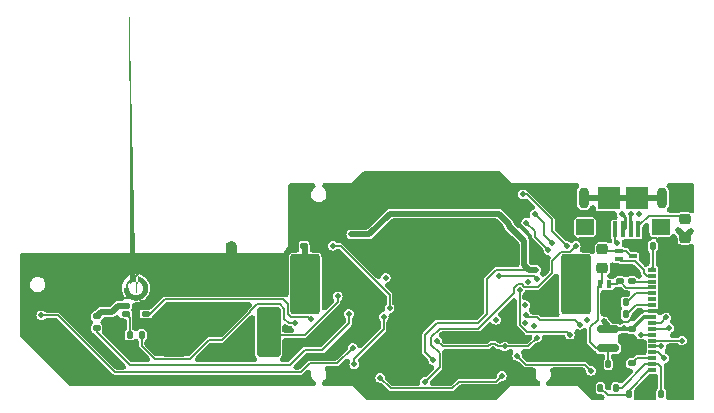
<source format=gbr>
%TF.GenerationSoftware,KiCad,Pcbnew,8.0.1*%
%TF.CreationDate,2024-10-15T00:35:35+02:00*%
%TF.ProjectId,InsuDos,496e7375-446f-4732-9e6b-696361645f70,rev?*%
%TF.SameCoordinates,Original*%
%TF.FileFunction,Copper,L1,Top*%
%TF.FilePolarity,Positive*%
%FSLAX46Y46*%
G04 Gerber Fmt 4.6, Leading zero omitted, Abs format (unit mm)*
G04 Created by KiCad (PCBNEW 8.0.1) date 2024-10-15 00:35:35*
%MOMM*%
%LPD*%
G01*
G04 APERTURE LIST*
G04 Aperture macros list*
%AMRoundRect*
0 Rectangle with rounded corners*
0 $1 Rounding radius*
0 $2 $3 $4 $5 $6 $7 $8 $9 X,Y pos of 4 corners*
0 Add a 4 corners polygon primitive as box body*
4,1,4,$2,$3,$4,$5,$6,$7,$8,$9,$2,$3,0*
0 Add four circle primitives for the rounded corners*
1,1,$1+$1,$2,$3*
1,1,$1+$1,$4,$5*
1,1,$1+$1,$6,$7*
1,1,$1+$1,$8,$9*
0 Add four rect primitives between the rounded corners*
20,1,$1+$1,$2,$3,$4,$5,0*
20,1,$1+$1,$4,$5,$6,$7,0*
20,1,$1+$1,$6,$7,$8,$9,0*
20,1,$1+$1,$8,$9,$2,$3,0*%
%AMFreePoly0*
4,1,61,0.202894,1.830017,0.397991,1.770835,0.577793,1.674728,0.735391,1.545391,0.864728,1.387793,0.960835,1.207991,1.020017,1.012894,1.040000,0.810000,1.020017,0.607106,0.960835,0.412009,0.864728,0.232207,0.735391,0.074609,0.577793,-0.054728,0.397991,-0.150835,0.202894,-0.210017,0.000000,-0.230000,-0.202894,-0.210017,-0.397991,-0.150835,-0.577793,-0.054728,-0.735391,0.074609,
-0.864728,0.232207,-0.960835,0.412009,-1.020017,0.607106,-1.040000,0.810000,-0.585005,0.810000,-0.565071,0.658590,-0.506629,0.517497,-0.413661,0.396339,-0.292503,0.303371,-0.151410,0.244929,-0.015141,0.226988,0.000000,0.230000,0.015141,0.226988,0.151410,0.244929,0.292503,0.303371,0.413661,0.396339,0.506629,0.517497,0.565071,0.658590,0.585005,0.810000,0.565071,0.961410,
0.506629,1.102502,0.413661,1.223661,0.292503,1.316629,0.151410,1.375071,0.000000,1.395005,-0.151410,1.375071,-0.292502,1.316629,-0.413661,1.223661,-0.506629,1.102502,-0.565071,0.961410,-0.585005,0.810000,-1.040000,0.810000,-1.020017,1.012894,-0.960835,1.207991,-0.864728,1.387793,-0.735391,1.545391,-0.577793,1.674728,-0.397991,1.770835,-0.202894,1.830017,0.000000,1.850000,
0.202894,1.830017,0.202894,1.830017,$1*%
G04 Aperture macros list end*
%TA.AperFunction,SMDPad,CuDef*%
%ADD10RoundRect,0.140000X-0.170000X0.140000X-0.170000X-0.140000X0.170000X-0.140000X0.170000X0.140000X0*%
%TD*%
%TA.AperFunction,SMDPad,CuDef*%
%ADD11RoundRect,0.140000X0.170000X-0.140000X0.170000X0.140000X-0.170000X0.140000X-0.170000X-0.140000X0*%
%TD*%
%TA.AperFunction,SMDPad,CuDef*%
%ADD12RoundRect,0.140000X-0.140000X-0.170000X0.140000X-0.170000X0.140000X0.170000X-0.140000X0.170000X0*%
%TD*%
%TA.AperFunction,SMDPad,CuDef*%
%ADD13RoundRect,0.140000X0.140000X0.170000X-0.140000X0.170000X-0.140000X-0.170000X0.140000X-0.170000X0*%
%TD*%
%TA.AperFunction,SMDPad,CuDef*%
%ADD14RoundRect,0.135000X-0.135000X-0.185000X0.135000X-0.185000X0.135000X0.185000X-0.135000X0.185000X0*%
%TD*%
%TA.AperFunction,SMDPad,CuDef*%
%ADD15RoundRect,0.112500X-0.112500X-0.237500X0.112500X-0.237500X0.112500X0.237500X-0.112500X0.237500X0*%
%TD*%
%TA.AperFunction,SMDPad,CuDef*%
%ADD16R,0.400000X1.350000*%
%TD*%
%TA.AperFunction,SMDPad,CuDef*%
%ADD17RoundRect,0.250000X0.550000X0.450000X-0.550000X0.450000X-0.550000X-0.450000X0.550000X-0.450000X0*%
%TD*%
%TA.AperFunction,SMDPad,CuDef*%
%ADD18R,1.900000X1.900000*%
%TD*%
%TA.AperFunction,ComponentPad*%
%ADD19O,0.900000X1.800000*%
%TD*%
%TA.AperFunction,SMDPad,CuDef*%
%ADD20RoundRect,0.250000X0.750000X1.850000X-0.750000X1.850000X-0.750000X-1.850000X0.750000X-1.850000X0*%
%TD*%
%TA.AperFunction,SMDPad,CuDef*%
%ADD21RoundRect,0.050000X0.150000X0.300000X-0.150000X0.300000X-0.150000X-0.300000X0.150000X-0.300000X0*%
%TD*%
%TA.AperFunction,SMDPad,CuDef*%
%ADD22RoundRect,0.225000X-0.250000X0.225000X-0.250000X-0.225000X0.250000X-0.225000X0.250000X0.225000X0*%
%TD*%
%TA.AperFunction,SMDPad,CuDef*%
%ADD23RoundRect,0.135000X0.185000X-0.135000X0.185000X0.135000X-0.185000X0.135000X-0.185000X-0.135000X0*%
%TD*%
%TA.AperFunction,SMDPad,CuDef*%
%ADD24RoundRect,0.250000X0.994600X2.302700X-0.994600X2.302700X-0.994600X-2.302700X0.994600X-2.302700X0*%
%TD*%
%TA.AperFunction,SMDPad,CuDef*%
%ADD25R,5.600000X5.600000*%
%TD*%
%TA.AperFunction,SMDPad,CuDef*%
%ADD26RoundRect,0.152400X-0.749300X0.152400X-0.749300X-0.152400X0.749300X-0.152400X0.749300X0.152400X0*%
%TD*%
%TA.AperFunction,SMDPad,CuDef*%
%ADD27RoundRect,0.050000X-0.300000X0.150000X-0.300000X-0.150000X0.300000X-0.150000X0.300000X0.150000X0*%
%TD*%
%TA.AperFunction,SMDPad,CuDef*%
%ADD28RoundRect,0.112500X-0.262500X-0.112500X0.262500X-0.112500X0.262500X0.112500X-0.262500X0.112500X0*%
%TD*%
%TA.AperFunction,SMDPad,CuDef*%
%ADD29FreePoly0,0.000000*%
%TD*%
%TA.AperFunction,SMDPad,CuDef*%
%ADD30R,0.700000X0.300000*%
%TD*%
%TA.AperFunction,SMDPad,CuDef*%
%ADD31R,1.000000X0.300000*%
%TD*%
%TA.AperFunction,SMDPad,CuDef*%
%ADD32RoundRect,0.135000X0.135000X0.185000X-0.135000X0.185000X-0.135000X-0.185000X0.135000X-0.185000X0*%
%TD*%
%TA.AperFunction,ComponentPad*%
%ADD33C,2.600000*%
%TD*%
%TA.AperFunction,ConnectorPad*%
%ADD34C,3.800000*%
%TD*%
%TA.AperFunction,SMDPad,CuDef*%
%ADD35RoundRect,0.218750X-0.256250X0.218750X-0.256250X-0.218750X0.256250X-0.218750X0.256250X0.218750X0*%
%TD*%
%TA.AperFunction,ComponentPad*%
%ADD36R,0.900000X0.600000*%
%TD*%
%TA.AperFunction,ViaPad*%
%ADD37C,0.510000*%
%TD*%
%TA.AperFunction,Conductor*%
%ADD38C,0.130000*%
%TD*%
%TA.AperFunction,Conductor*%
%ADD39C,0.500000*%
%TD*%
%TA.AperFunction,Conductor*%
%ADD40C,0.200000*%
%TD*%
%TA.AperFunction,Conductor*%
%ADD41C,0.150000*%
%TD*%
%TA.AperFunction,Conductor*%
%ADD42C,0.900000*%
%TD*%
%TA.AperFunction,Conductor*%
%ADD43C,0.300000*%
%TD*%
%TA.AperFunction,Conductor*%
%ADD44C,0.287000*%
%TD*%
G04 APERTURE END LIST*
D10*
%TO.P,C28,1*%
%TO.N,GND*%
X74500000Y-163770000D03*
%TO.P,C28,2*%
%TO.N,Net-(J1-Pin_16)*%
X74500000Y-164730000D03*
%TD*%
D11*
%TO.P,C11,1*%
%TO.N,Net-(D3-K)*%
X73500000Y-164730000D03*
%TO.P,C11,2*%
%TO.N,GND*%
X73500000Y-163770000D03*
%TD*%
D12*
%TO.P,C15,1*%
%TO.N,GND*%
X73020000Y-166500000D03*
%TO.P,C15,2*%
%TO.N,Net-(J1-Pin_14)*%
X73980000Y-166500000D03*
%TD*%
D13*
%TO.P,C29,1*%
%TO.N,GND*%
X77230000Y-161750000D03*
%TO.P,C29,2*%
%TO.N,/vcom*%
X76270000Y-161750000D03*
%TD*%
D14*
%TO.P,R4,1*%
%TO.N,/sense*%
X76990000Y-174250000D03*
%TO.P,R4,2*%
%TO.N,GND*%
X78010000Y-174250000D03*
%TD*%
D15*
%TO.P,Q1,1,G*%
%TO.N,/gdr*%
X71850000Y-173750000D03*
%TO.P,Q1,2,S*%
%TO.N,/sense*%
X73150000Y-173750000D03*
%TO.P,Q1,3,D*%
%TO.N,Net-(D3-A)*%
X72500000Y-171750000D03*
%TD*%
D16*
%TO.P,J2,1,VBUS*%
%TO.N,Net-(J2-VBUS)*%
X75050000Y-160345500D03*
%TO.P,J2,2,D-*%
%TO.N,/USB_N*%
X74400000Y-160345500D03*
%TO.P,J2,3,D+*%
%TO.N,/USB_P*%
X73750000Y-160345500D03*
%TO.P,J2,4,ID*%
%TO.N,Net-(J2-ID)*%
X73100000Y-160345500D03*
%TO.P,J2,5,GND*%
%TO.N,GND*%
X72450000Y-160345500D03*
D17*
%TO.P,J2,S1*%
%TO.N,unconnected-(J2-PadS1)*%
X76950000Y-160120500D03*
%TO.P,J2,S2*%
%TO.N,unconnected-(J2-PadS2)*%
X70550000Y-160120500D03*
D18*
%TO.P,J2,S3*%
%TO.N,Net-(J2-Shield)*%
X72550000Y-157670500D03*
%TO.P,J2,S4*%
X74950000Y-157670500D03*
D19*
%TO.P,J2,S5*%
X77050000Y-157670500D03*
%TO.P,J2,S6*%
X70450000Y-157670500D03*
%TD*%
D20*
%TO.P,BZ1,1,+*%
%TO.N,Net-(BZ1-+)*%
X43750000Y-169000000D03*
%TO.P,BZ1,2,-*%
%TO.N,GND*%
X35750000Y-169000000D03*
%TD*%
D21*
%TO.P,D3,1,K*%
%TO.N,Net-(D3-K)*%
X72550000Y-165000000D03*
%TO.P,D3,2,A*%
%TO.N,Net-(D3-A)*%
X71850000Y-165000000D03*
%TD*%
D14*
%TO.P,R3,1*%
%TO.N,/gdr*%
X74240000Y-174250000D03*
%TO.P,R3,2*%
%TO.N,GND*%
X75260000Y-174250000D03*
%TD*%
D10*
%TO.P,C13,1*%
%TO.N,GND*%
X74500000Y-170720000D03*
%TO.P,C13,2*%
%TO.N,Net-(J1-Pin_3)*%
X74500000Y-171680000D03*
%TD*%
D11*
%TO.P,C37,1*%
%TO.N,GND*%
X74500000Y-169730000D03*
%TO.P,C37,2*%
%TO.N,/ldo*%
X74500000Y-168770000D03*
%TD*%
D22*
%TO.P,C12,1*%
%TO.N,Net-(D1-K)*%
X72000000Y-162025000D03*
%TO.P,C12,2*%
%TO.N,Net-(D3-A)*%
X72000000Y-163575000D03*
%TD*%
D12*
%TO.P,C14,1*%
%TO.N,GND*%
X73020000Y-167500000D03*
%TO.P,C14,2*%
%TO.N,Net-(J1-Pin_12)*%
X73980000Y-167500000D03*
%TD*%
D23*
%TO.P,R9,1*%
%TO.N,/PWR_Mic*%
X29200000Y-168710000D03*
%TO.P,R9,2*%
%TO.N,Net-(Inf.1-Vdd)*%
X29200000Y-167690000D03*
%TD*%
D24*
%TO.P,BT1,1,1*%
%TO.N,Net-(U3-bat)*%
X69743150Y-165000000D03*
D25*
%TO.P,BT1,2,2*%
%TO.N,GND*%
X58293150Y-165000000D03*
D24*
%TO.P,BT1,3,3*%
%TO.N,Net-(BT1-Pad3)*%
X46843150Y-165000000D03*
%TD*%
D26*
%TO.P,L5,1*%
%TO.N,/ldo*%
X72500000Y-168799900D03*
%TO.P,L5,2*%
%TO.N,Net-(D3-A)*%
X72500000Y-170400100D03*
%TD*%
D27*
%TO.P,D2,1,K*%
%TO.N,GND*%
X74600000Y-161900000D03*
%TO.P,D2,2,A*%
%TO.N,Net-(D1-K)*%
X74600000Y-162600000D03*
%TD*%
D10*
%TO.P,C10,1*%
%TO.N,Net-(Inf.1-Vdd)*%
X30200000Y-167320000D03*
%TO.P,C10,2*%
%TO.N,GND*%
X30200000Y-168280000D03*
%TD*%
D28*
%TO.P,Inf.1,1,Data*%
%TO.N,Net-(Inf.1-Data)*%
X31650000Y-167500000D03*
%TO.P,Inf.1,2,Vdd*%
%TO.N,Net-(Inf.1-Vdd)*%
X31650000Y-166800000D03*
%TO.P,Inf.1,3,CLK*%
%TO.N,/M_clk*%
X33350000Y-167500000D03*
%TO.P,Inf.1,4,LR*%
%TO.N,GND*%
X33350000Y-166800000D03*
D29*
%TO.P,Inf.1,5,Gnd*%
X32500000Y-166130000D03*
%TD*%
D30*
%TO.P,J1,1,Pin_1*%
%TO.N,/gdr*%
X76250000Y-172250000D03*
%TO.P,J1,2,Pin_2*%
%TO.N,/sense*%
X76250000Y-171750000D03*
%TO.P,J1,3,Pin_3*%
%TO.N,Net-(J1-Pin_3)*%
X76250000Y-171250000D03*
%TO.P,J1,4,Pin_4*%
%TO.N,/busy*%
X76250000Y-170750000D03*
%TO.P,J1,5,Pin_5*%
%TO.N,/res*%
X76250000Y-170250000D03*
%TO.P,J1,6,Pin_6*%
%TO.N,/dc*%
X76250000Y-169750000D03*
%TO.P,J1,7,Pin_7*%
%TO.N,/cs*%
X76250000Y-169250000D03*
%TO.P,J1,8,Pin_8*%
%TO.N,/D_sclk*%
X76250000Y-168750000D03*
%TO.P,J1,9,Pin_9*%
%TO.N,/D_Mosi*%
X76250000Y-168250000D03*
%TO.P,J1,10,Pin_10*%
%TO.N,/ldo*%
X76250000Y-167750000D03*
%TO.P,J1,11,Pin_11*%
%TO.N,GND*%
X76250000Y-167250000D03*
%TO.P,J1,12,Pin_12*%
%TO.N,Net-(J1-Pin_12)*%
X76250000Y-166750000D03*
%TO.P,J1,13,Pin_13*%
%TO.N,unconnected-(J1-Pin_13-Pad13)*%
X76250000Y-166250000D03*
%TO.P,J1,14,Pin_14*%
%TO.N,Net-(J1-Pin_14)*%
X76250000Y-165750000D03*
%TO.P,J1,15,Pin_15*%
%TO.N,Net-(D3-K)*%
X76250000Y-165250000D03*
%TO.P,J1,16,Pin_16*%
%TO.N,Net-(J1-Pin_16)*%
X76250000Y-164750000D03*
%TO.P,J1,17,Pin_17*%
%TO.N,Net-(D1-A)*%
X76250000Y-164250000D03*
%TO.P,J1,18,Pin_18*%
%TO.N,/vcom*%
X76250000Y-163750000D03*
D31*
%TO.P,J1,SH1,SH1*%
%TO.N,GND*%
X78900000Y-173040000D03*
%TO.P,J1,SH2,SH2*%
X78900000Y-162960000D03*
%TD*%
D27*
%TO.P,D1,1,K*%
%TO.N,Net-(D1-K)*%
X73400000Y-162150000D03*
%TO.P,D1,2,A*%
%TO.N,Net-(D1-A)*%
X73400000Y-162850000D03*
%TD*%
D32*
%TO.P,R1,1*%
%TO.N,/M_data*%
X33010000Y-169250000D03*
%TO.P,R1,2*%
%TO.N,Net-(Inf.1-Data)*%
X31990000Y-169250000D03*
%TD*%
D33*
%TO.P,H1,1,1*%
%TO.N,GND*%
X28500000Y-165000000D03*
D34*
X28500000Y-165000000D03*
%TD*%
D35*
%TO.P,F1,1*%
%TO.N,Net-(J2-VBUS)*%
X79000000Y-159462500D03*
%TO.P,F1,2*%
%TO.N,/5v*%
X79000000Y-161037500D03*
%TD*%
D10*
%TO.P,C38,1*%
%TO.N,GND*%
X46750000Y-160770000D03*
%TO.P,C38,2*%
%TO.N,Net-(BT1-Pad3)*%
X46750000Y-161730000D03*
%TD*%
D36*
%TO.P,AE1,2,FEED*%
%TO.N,GND*%
X40600000Y-161750000D03*
%TD*%
D37*
%TO.N,GND*%
X52500000Y-170700000D03*
X46050000Y-170050000D03*
X45300000Y-171050000D03*
X28400000Y-168800000D03*
X26750000Y-172900000D03*
X78000000Y-167500000D03*
X67700000Y-173200000D03*
X65750000Y-164750000D03*
X72000000Y-161000000D03*
X79250000Y-174250000D03*
X25500000Y-171750000D03*
X31000000Y-170000000D03*
X29385713Y-162700000D03*
X40200000Y-172900000D03*
X68800000Y-156800000D03*
X73806702Y-169940000D03*
X64750000Y-159750000D03*
X30500000Y-166250000D03*
X25328571Y-162700000D03*
X56000000Y-166062500D03*
X79400000Y-162000000D03*
X34100000Y-168300000D03*
X62250000Y-174500000D03*
X27200000Y-170200000D03*
X44229032Y-163000000D03*
X29000000Y-169800000D03*
X36000000Y-163800000D03*
X56000000Y-164875000D03*
X38750000Y-164250000D03*
X39000000Y-167000000D03*
X42100000Y-168300000D03*
X42200000Y-171100000D03*
X30900000Y-164300000D03*
X50500000Y-163250000D03*
X76000000Y-174250000D03*
X48500000Y-169200000D03*
X51000000Y-158000000D03*
X76250000Y-173250000D03*
X34500000Y-169750000D03*
X70750000Y-168000000D03*
X78250000Y-169250000D03*
X46900000Y-158600000D03*
X61750000Y-173750000D03*
X67000000Y-167250000D03*
X58600000Y-174500000D03*
X33700000Y-172900000D03*
X45200000Y-168700000D03*
X23100000Y-169000000D03*
X79500000Y-171000000D03*
X45400000Y-172900000D03*
X66500000Y-162500000D03*
X70700000Y-173700000D03*
X69750000Y-170250000D03*
X62750000Y-170500000D03*
X31200000Y-172900000D03*
X60425000Y-174500000D03*
X26400000Y-163900000D03*
X45750000Y-161250000D03*
X39200000Y-170700000D03*
X66300000Y-170550000D03*
X55750000Y-160250000D03*
X23100000Y-162700000D03*
X51250000Y-169500000D03*
X65500000Y-168250000D03*
X70500000Y-162000000D03*
X43187500Y-164500000D03*
X55000000Y-155800000D03*
X63500000Y-173750000D03*
X73000000Y-159050000D03*
X53000000Y-161500000D03*
X29800000Y-170600000D03*
X41000000Y-169750000D03*
X60750000Y-163687500D03*
X45800000Y-157050000D03*
X32400000Y-163400000D03*
X63800000Y-161300000D03*
X79545000Y-157600000D03*
X40050000Y-163050000D03*
X56000000Y-163687500D03*
X45000000Y-165000000D03*
X60750000Y-167250000D03*
X79400000Y-164600000D03*
X47400000Y-173300000D03*
X79250000Y-167000000D03*
X52250000Y-174500000D03*
X56000000Y-167250000D03*
X44100000Y-172900000D03*
X42750000Y-165750000D03*
X32000000Y-171000000D03*
X63250000Y-160000000D03*
X57000000Y-156500000D03*
X56000000Y-172500000D03*
X44250000Y-164500000D03*
X44250000Y-165750000D03*
X79500000Y-168500000D03*
X43264516Y-163000000D03*
X37250000Y-165500000D03*
X67800000Y-158000000D03*
X35471426Y-162700000D03*
X36250000Y-164500000D03*
X42300000Y-163000000D03*
X25900000Y-168700000D03*
X37250000Y-167000000D03*
X79500000Y-169750000D03*
X48750000Y-163000000D03*
X48500000Y-166000000D03*
X45750000Y-159750000D03*
X72250000Y-167000000D03*
X39000000Y-165500000D03*
X54000000Y-174500000D03*
X31414284Y-162700000D03*
X26100000Y-166200000D03*
X24250000Y-170250000D03*
X42000000Y-172900000D03*
X27357142Y-162700000D03*
X38000000Y-163500000D03*
X60750000Y-166062500D03*
X52500000Y-165250000D03*
X30800000Y-171600000D03*
X47050000Y-171200000D03*
X62050000Y-161300000D03*
X23100000Y-164800000D03*
X37500000Y-162700000D03*
X64500000Y-167000000D03*
X47800000Y-159900000D03*
X69750000Y-159000000D03*
X75000000Y-164000000D03*
X33442855Y-162700000D03*
X40800000Y-163050000D03*
X78000000Y-170500000D03*
X62000000Y-157000000D03*
X63250000Y-156750000D03*
X31250000Y-168500000D03*
X41500000Y-166900000D03*
X54000000Y-161500000D03*
X58250000Y-165000000D03*
X49500000Y-170500000D03*
X41062500Y-164500000D03*
X70250000Y-172750000D03*
X61000000Y-156500000D03*
X40000000Y-164500000D03*
X72500000Y-172750000D03*
X60750000Y-162500000D03*
X35000000Y-165400000D03*
X62750000Y-155750000D03*
X60155000Y-169750000D03*
X45750000Y-158500000D03*
X42125000Y-164500000D03*
X28700000Y-172900000D03*
X62750000Y-172500000D03*
X75250000Y-170250000D03*
X59500000Y-172500000D03*
X56750000Y-172500000D03*
X52450000Y-156500000D03*
X37250000Y-169750000D03*
X37950000Y-172900000D03*
X65000000Y-169750000D03*
X27750000Y-167750000D03*
X37250000Y-168500000D03*
X78000000Y-172500000D03*
X30200000Y-169200000D03*
X32500000Y-168250000D03*
X52500000Y-163000000D03*
X53250000Y-158500000D03*
X66750000Y-166000000D03*
X63000000Y-169250000D03*
X45193550Y-163000000D03*
X75100000Y-159050000D03*
X47500000Y-160500000D03*
X66300000Y-173300000D03*
X60000000Y-173750000D03*
X56750000Y-159750000D03*
X48500000Y-164750000D03*
X34200000Y-163800000D03*
X50000000Y-164750000D03*
X40500000Y-165750000D03*
X54000000Y-163000000D03*
X79500000Y-172250000D03*
X57750000Y-157250000D03*
X39000000Y-168500000D03*
X34250000Y-166250000D03*
X60750000Y-164875000D03*
X37400000Y-164500000D03*
X65550000Y-159050000D03*
X28700000Y-171500000D03*
X66800000Y-156800000D03*
X51000000Y-164750000D03*
X56000000Y-162500000D03*
X51000000Y-157100000D03*
X35950000Y-172900000D03*
X23100000Y-167600000D03*
%TO.N,Net-(U3-bat)*%
X70250000Y-163250000D03*
X70750000Y-162750000D03*
%TO.N,/ldo*%
X50750000Y-160750000D03*
X63250000Y-159000000D03*
X72125000Y-168125000D03*
X63000000Y-168000000D03*
X66400000Y-163750000D03*
X57690150Y-171420181D03*
X53668651Y-164418651D03*
X65800000Y-163750000D03*
X73840100Y-168699900D03*
%TO.N,/RST*%
X63750000Y-170250000D03*
X58000000Y-169750000D03*
X66500000Y-169500000D03*
%TO.N,/5v*%
X78400000Y-160400000D03*
X79500000Y-160500000D03*
%TO.N,/M_clk*%
X47300000Y-167957700D03*
%TO.N,/M_data*%
X45978272Y-168262212D03*
%TO.N,/chg*%
X65567445Y-159782555D03*
X67446181Y-162095000D03*
%TO.N,Net-(U3-bms)*%
X69750000Y-161750000D03*
X57000000Y-173250000D03*
%TO.N,/PWR_Mic*%
X50550000Y-167500000D03*
%TO.N,Net-(J2-ID)*%
X73250000Y-161500000D03*
%TO.N,/enter*%
X63500000Y-172750000D03*
X53200000Y-172900000D03*
%TO.N,Net-(BZ1-+)*%
X49600000Y-166000000D03*
%TO.N,/dose*%
X24500000Y-167600000D03*
%TO.N,Net-(U3-ntc)*%
X65285080Y-157370398D03*
X69000000Y-161750000D03*
%TO.N,/swclk*%
X63250000Y-164255000D03*
X66500000Y-164500000D03*
%TO.N,/USB_P*%
X73670000Y-159050000D03*
%TO.N,/USB_N*%
X74416550Y-159050000D03*
%TO.N,/cen*%
X66300000Y-159050000D03*
X67750000Y-161500000D03*
%TO.N,/res*%
X77000000Y-170250000D03*
%TO.N,/dc*%
X66250000Y-168500000D03*
X65500000Y-166750000D03*
X78750000Y-169750000D03*
%TO.N,/busy*%
X71050000Y-172300000D03*
X64800000Y-171050000D03*
X77250000Y-171250000D03*
%TO.N,/cs*%
X69250000Y-169250000D03*
X75250000Y-169250000D03*
X65000000Y-165500000D03*
%TO.N,/D_sclk*%
X77659676Y-168704838D03*
%TO.N,/D_Mosi*%
X65548380Y-167591773D03*
X70082341Y-168417659D03*
X77409676Y-167795162D03*
%TO.N,/dose*%
X50875000Y-170375000D03*
%TO.N,Net-(U4-PA5)*%
X51000000Y-171750000D03*
X53500000Y-167745000D03*
%TO.N,Net-(U4-PA6)*%
X49198988Y-161727247D03*
X54000000Y-167000000D03*
%TD*%
D38*
%TO.N,Net-(U4-PA6)*%
X54000000Y-165880000D02*
X54000000Y-167000000D01*
X49847247Y-161727247D02*
X54000000Y-165880000D01*
X49198988Y-161727247D02*
X49847247Y-161727247D01*
D39*
%TO.N,/ldo*%
X66400000Y-163750000D02*
X65800000Y-163750000D01*
D40*
X57000000Y-170730031D02*
X57690150Y-171420181D01*
X57000000Y-169250000D02*
X57000000Y-170730031D01*
X61500000Y-168250000D02*
X58000000Y-168250000D01*
X62250000Y-167500000D02*
X61500000Y-168250000D01*
X62250000Y-164540822D02*
X62250000Y-167500000D01*
X65800000Y-163750000D02*
X63040822Y-163750000D01*
X63040822Y-163750000D02*
X62250000Y-164540822D01*
D39*
X64095000Y-160021310D02*
X64095000Y-159845000D01*
X65405000Y-163355000D02*
X65405000Y-161331310D01*
X64095000Y-159845000D02*
X63250000Y-159000000D01*
X65800000Y-163750000D02*
X65405000Y-163355000D01*
D40*
X58000000Y-168250000D02*
X57000000Y-169250000D01*
D39*
X65405000Y-161331310D02*
X64095000Y-160021310D01*
D38*
%TO.N,Net-(U4-PA5)*%
X53500000Y-168800000D02*
X53500000Y-167745000D01*
X51000000Y-171300000D02*
X53500000Y-168800000D01*
X51000000Y-171750000D02*
X51000000Y-171300000D01*
%TO.N,/enter*%
X63000000Y-173250000D02*
X63500000Y-172750000D01*
X59835319Y-173250000D02*
X63000000Y-173250000D01*
X59285319Y-173800000D02*
X59835319Y-173250000D01*
X54100000Y-173800000D02*
X59285319Y-173800000D01*
X53200000Y-172900000D02*
X54100000Y-173800000D01*
D40*
%TO.N,/PWR_Mic*%
X46800000Y-170550000D02*
X45550000Y-171800000D01*
X48300000Y-170550000D02*
X46800000Y-170550000D01*
X50550000Y-168300000D02*
X48300000Y-170550000D01*
X45550000Y-171800000D02*
X32000000Y-171800000D01*
X50550000Y-167500000D02*
X50550000Y-168300000D01*
X32000000Y-171800000D02*
X29200000Y-169000000D01*
X29200000Y-169000000D02*
X29200000Y-168710000D01*
D38*
%TO.N,/dose*%
X46462659Y-172430000D02*
X30730000Y-172430000D01*
X47222659Y-171670000D02*
X46462659Y-172430000D01*
X49580000Y-171670000D02*
X47222659Y-171670000D01*
X50875000Y-170375000D02*
X49580000Y-171670000D01*
X30730000Y-172430000D02*
X25900000Y-167600000D01*
X25900000Y-167600000D02*
X24500000Y-167600000D01*
%TO.N,Net-(BZ1-+)*%
X49600000Y-166500000D02*
X46800000Y-169300000D01*
X49600000Y-166000000D02*
X49600000Y-166500000D01*
X46800000Y-169300000D02*
X44050000Y-169300000D01*
D39*
%TO.N,GND*%
X46000000Y-161250000D02*
X46750000Y-160500000D01*
D41*
X31775000Y-166065255D02*
X31775000Y-164975000D01*
X32500000Y-166130000D02*
X30620000Y-166130000D01*
D39*
X47500000Y-160500000D02*
X47020000Y-160500000D01*
D40*
X73714900Y-168194900D02*
X73020000Y-167500000D01*
D38*
X33700000Y-166800000D02*
X33350000Y-166800000D01*
D39*
X46750000Y-160500000D02*
X47500000Y-160500000D01*
D42*
X40600000Y-162850000D02*
X40800000Y-163050000D01*
D40*
X75929500Y-161070500D02*
X76550500Y-161070500D01*
D41*
X32500000Y-166130000D02*
X31839745Y-166130000D01*
D38*
X34250000Y-166250000D02*
X33700000Y-166800000D01*
D40*
X77750000Y-167250000D02*
X78000000Y-167500000D01*
X75100000Y-161900000D02*
X75929500Y-161070500D01*
D43*
X65885000Y-161050007D02*
X66500000Y-161665007D01*
D40*
X73500000Y-163770000D02*
X74500000Y-163770000D01*
D42*
X40600000Y-161750000D02*
X40600000Y-162850000D01*
D41*
X32680000Y-166130000D02*
X33350000Y-166800000D01*
D39*
X47020000Y-160500000D02*
X46750000Y-160770000D01*
D43*
X66500000Y-161665007D02*
X66500000Y-162500000D01*
D39*
X45750000Y-161250000D02*
X46000000Y-161250000D01*
D41*
X33500000Y-164000000D02*
X34000000Y-164500000D01*
D39*
X45434842Y-162184842D02*
X45750000Y-161869684D01*
X46480000Y-160770000D02*
X46750000Y-160770000D01*
D40*
X74600000Y-161900000D02*
X75100000Y-161900000D01*
D41*
X30620000Y-166130000D02*
X30500000Y-166250000D01*
D39*
X45193550Y-162750000D02*
X45193550Y-162426134D01*
X45193550Y-162426134D02*
X45577384Y-162042300D01*
D40*
X76550500Y-161070500D02*
X77230000Y-161750000D01*
D43*
X65885000Y-160885000D02*
X65885000Y-161050007D01*
X64750000Y-159750000D02*
X65885000Y-160885000D01*
D40*
X76250000Y-167250000D02*
X77750000Y-167250000D01*
D39*
X35750000Y-169750000D02*
X34500000Y-169750000D01*
X45750000Y-161500000D02*
X46000000Y-161250000D01*
D41*
X34000000Y-164500000D02*
X36250000Y-164500000D01*
D39*
X45750000Y-161869684D02*
X45750000Y-161500000D01*
D40*
X75095424Y-167250000D02*
X74150524Y-168194900D01*
D41*
X32750000Y-164000000D02*
X33500000Y-164000000D01*
X31839745Y-166130000D02*
X31775000Y-166065255D01*
D39*
X46000000Y-161250000D02*
X46480000Y-160770000D01*
D40*
X76250000Y-167250000D02*
X75095424Y-167250000D01*
X74150524Y-168194900D02*
X73714900Y-168194900D01*
D41*
X31775000Y-164975000D02*
X32750000Y-164000000D01*
D39*
%TO.N,Net-(U3-bat)*%
X70750000Y-163664961D02*
X70750000Y-163250000D01*
X70575599Y-163075599D02*
X70750000Y-163250000D01*
%TO.N,Net-(J2-Shield)*%
X74950000Y-157670500D02*
X77050000Y-157670500D01*
X72550000Y-157670500D02*
X74950000Y-157670500D01*
X70450000Y-157670500D02*
X72550000Y-157670500D01*
%TO.N,Net-(Inf.1-Vdd)*%
X30200000Y-167320000D02*
X30509999Y-167320000D01*
X29570000Y-167320000D02*
X29200000Y-167690000D01*
X30509999Y-167320000D02*
X31029999Y-166800000D01*
X30200000Y-167320000D02*
X29570000Y-167320000D01*
X31029999Y-166800000D02*
X31650000Y-166800000D01*
D40*
%TO.N,Net-(D3-K)*%
X74030000Y-165260000D02*
X76240000Y-165260000D01*
X73500000Y-164730000D02*
X74030000Y-165260000D01*
X73230000Y-165000000D02*
X73500000Y-164730000D01*
X72550000Y-165000000D02*
X73230000Y-165000000D01*
%TO.N,Net-(D1-K)*%
X74000000Y-162175650D02*
X74424350Y-162600000D01*
X74000000Y-162150000D02*
X74000000Y-162175650D01*
X72275000Y-162025000D02*
X72400000Y-162150000D01*
X73400000Y-162150000D02*
X74000000Y-162150000D01*
X72400000Y-162150000D02*
X73400000Y-162150000D01*
%TO.N,Net-(D3-A)*%
X72000000Y-163575000D02*
X72000000Y-164850000D01*
X71000000Y-169901800D02*
X71498300Y-170400100D01*
X72000000Y-164850000D02*
X71850000Y-165000000D01*
X71600000Y-168000000D02*
X71000000Y-168600000D01*
X71000000Y-168600000D02*
X71000000Y-169901800D01*
X72500000Y-171750000D02*
X72500000Y-170400100D01*
X71850000Y-165000000D02*
X71600000Y-165250000D01*
X71600000Y-165250000D02*
X71600000Y-168000000D01*
X71498300Y-170400100D02*
X72500000Y-170400100D01*
%TO.N,Net-(J1-Pin_3)*%
X76250000Y-171250000D02*
X74930000Y-171250000D01*
X74930000Y-171250000D02*
X74500000Y-171680000D01*
%TO.N,Net-(J1-Pin_12)*%
X74850000Y-166750000D02*
X76250000Y-166750000D01*
X74100000Y-167500000D02*
X74850000Y-166750000D01*
%TO.N,Net-(J1-Pin_14)*%
X74100000Y-166500000D02*
X74850000Y-165750000D01*
X74850000Y-165750000D02*
X76250000Y-165750000D01*
%TO.N,/ldo*%
X74429900Y-168699900D02*
X73840100Y-168699900D01*
D39*
X72500000Y-168799900D02*
X72500000Y-168500000D01*
D43*
X76250000Y-167750000D02*
X75520000Y-167750000D01*
D39*
X52250000Y-160750000D02*
X50750000Y-160750000D01*
D43*
X74500000Y-168770000D02*
X72529900Y-168770000D01*
D39*
X72500000Y-168500000D02*
X72125000Y-168125000D01*
X54000000Y-159000000D02*
X52250000Y-160750000D01*
X63250000Y-159000000D02*
X54000000Y-159000000D01*
D40*
X73840100Y-168699900D02*
X73740100Y-168799900D01*
D43*
X75520000Y-167750000D02*
X74500000Y-168770000D01*
D40*
X73740100Y-168799900D02*
X72500000Y-168799900D01*
D38*
%TO.N,/RST*%
X58500000Y-170250000D02*
X62335319Y-170250000D01*
X62335319Y-170250000D02*
X62555319Y-170030000D01*
X63164681Y-170250000D02*
X65750000Y-170250000D01*
X62944681Y-170030000D02*
X63164681Y-170250000D01*
X58000000Y-169750000D02*
X58500000Y-170250000D01*
X62555319Y-170030000D02*
X62944681Y-170030000D01*
X65750000Y-170250000D02*
X66500000Y-169500000D01*
D40*
%TO.N,Net-(J1-Pin_16)*%
X76250000Y-164750000D02*
X74520000Y-164750000D01*
%TO.N,/vcom*%
X76250000Y-163500000D02*
X76270000Y-163480000D01*
X76270000Y-163480000D02*
X76270000Y-161750000D01*
X76250000Y-163750000D02*
X76250000Y-163500000D01*
D39*
%TO.N,/5v*%
X79000000Y-161000000D02*
X79500000Y-160500000D01*
X79000000Y-161000000D02*
X78400000Y-160400000D01*
D40*
%TO.N,Net-(D1-A)*%
X75750000Y-164250000D02*
X76250000Y-164250000D01*
X75550000Y-164050000D02*
X75750000Y-164250000D01*
X73400000Y-162850000D02*
X73600000Y-163050000D01*
X75550000Y-163800000D02*
X75550000Y-164050000D01*
X73600000Y-163050000D02*
X74800000Y-163050000D01*
X74800000Y-163050000D02*
X75550000Y-163800000D01*
D38*
%TO.N,Net-(Inf.1-Data)*%
X31650000Y-167500000D02*
X31990000Y-167840000D01*
X31990000Y-167840000D02*
X31990000Y-169250000D01*
D41*
%TO.N,/M_clk*%
X34950000Y-166250000D02*
X33700000Y-167500000D01*
X47120000Y-167777700D02*
X45644872Y-167777700D01*
X44950000Y-166250000D02*
X34950000Y-166250000D01*
X45373550Y-166673550D02*
X44950000Y-166250000D01*
X45373550Y-167506378D02*
X45373550Y-166673550D01*
X33700000Y-167500000D02*
X33350000Y-167500000D01*
X47300000Y-167957700D02*
X47120000Y-167777700D01*
X45644872Y-167777700D02*
X45373550Y-167506378D01*
D40*
%TO.N,/sense*%
X76990000Y-171990000D02*
X76990000Y-174250000D01*
X75650000Y-171750000D02*
X76250000Y-171750000D01*
X73150000Y-173750000D02*
X73650000Y-173750000D01*
X76250000Y-171750000D02*
X76750000Y-171750000D01*
X76750000Y-171750000D02*
X76990000Y-171990000D01*
X73650000Y-173750000D02*
X75650000Y-171750000D01*
%TO.N,/gdr*%
X76000000Y-172250000D02*
X74240000Y-174010000D01*
X74240000Y-174010000D02*
X74240000Y-174250000D01*
X72450000Y-174350000D02*
X74140000Y-174350000D01*
X71850000Y-173750000D02*
X72450000Y-174350000D01*
D38*
%TO.N,/M_data*%
X34115000Y-171315000D02*
X37085000Y-171315000D01*
X45083550Y-167883550D02*
X45462212Y-168262212D01*
X44699536Y-166685000D02*
X45083550Y-167069014D01*
X39800000Y-169700000D02*
X42200000Y-167300000D01*
X33010000Y-170210000D02*
X34115000Y-171315000D01*
X42200000Y-167300000D02*
X42200000Y-167285464D01*
X33010000Y-169250000D02*
X33010000Y-170210000D01*
X42200000Y-167285464D02*
X42800464Y-166685000D01*
X45083550Y-167069014D02*
X45083550Y-167883550D01*
X42800464Y-166685000D02*
X44699536Y-166685000D01*
X45462212Y-168262212D02*
X45978272Y-168262212D01*
X38700000Y-169700000D02*
X39800000Y-169700000D01*
X37085000Y-171315000D02*
X38700000Y-169700000D01*
%TO.N,/chg*%
X66300000Y-160948819D02*
X67446181Y-162095000D01*
X65567445Y-159782555D02*
X66300000Y-160515110D01*
X66300000Y-160515110D02*
X66300000Y-160948819D01*
%TO.N,Net-(U3-bms)*%
X57530000Y-170119586D02*
X58250000Y-170839586D01*
X58250000Y-168750000D02*
X57530000Y-169470000D01*
X66530000Y-165220000D02*
X65384681Y-165220000D01*
X67750000Y-163031314D02*
X67750000Y-164000000D01*
X57530000Y-169470000D02*
X57530000Y-170119586D01*
X68549014Y-162232300D02*
X67750000Y-163031314D01*
X69267700Y-162232300D02*
X68549014Y-162232300D01*
X58250000Y-172000000D02*
X57000000Y-173250000D01*
X65164681Y-165000000D02*
X64835319Y-165000000D01*
X67750000Y-164000000D02*
X66530000Y-165220000D01*
X61500000Y-168750000D02*
X58250000Y-168750000D01*
X64500000Y-165335319D02*
X64500000Y-165750000D01*
X69750000Y-161750000D02*
X69267700Y-162232300D01*
X65384681Y-165220000D02*
X65164681Y-165000000D01*
X64500000Y-165750000D02*
X61500000Y-168750000D01*
X58250000Y-170839586D02*
X58250000Y-172000000D01*
X64835319Y-165000000D02*
X64500000Y-165335319D01*
D40*
%TO.N,Net-(J2-ID)*%
X73100000Y-161350000D02*
X73250000Y-161500000D01*
X73100000Y-160345500D02*
X73100000Y-161350000D01*
D38*
%TO.N,Net-(U3-ntc)*%
X69000000Y-161750000D02*
X67750000Y-160500000D01*
X65620398Y-157370398D02*
X65285080Y-157370398D01*
X67750000Y-159500000D02*
X65620398Y-157370398D01*
X67750000Y-160500000D02*
X67750000Y-159500000D01*
%TO.N,/swclk*%
X66255000Y-164255000D02*
X63250000Y-164255000D01*
X66500000Y-164500000D02*
X66255000Y-164255000D01*
D44*
%TO.N,/USB_P*%
X73906500Y-160189000D02*
X73906500Y-159286500D01*
X73750000Y-160345500D02*
X73906500Y-160189000D01*
X73906500Y-159286500D02*
X73670000Y-159050000D01*
%TO.N,/USB_N*%
X74343500Y-159123050D02*
X74416550Y-159050000D01*
X74343500Y-160289000D02*
X74343500Y-159123050D01*
D38*
%TO.N,/cen*%
X67050000Y-159800000D02*
X67050000Y-160800000D01*
X67050000Y-160800000D02*
X67750000Y-161500000D01*
X66300000Y-159050000D02*
X67050000Y-159800000D01*
%TO.N,/res*%
X76250000Y-170250000D02*
X77000000Y-170250000D01*
%TO.N,/dc*%
X78750000Y-169750000D02*
X76250000Y-169750000D01*
%TO.N,/busy*%
X65550000Y-171800000D02*
X70550000Y-171800000D01*
X76750000Y-170750000D02*
X77250000Y-171250000D01*
X64800000Y-171050000D02*
X65550000Y-171800000D01*
X76250000Y-170750000D02*
X76750000Y-170750000D01*
X70550000Y-171800000D02*
X71050000Y-172300000D01*
%TO.N,/cs*%
X69250000Y-169250000D02*
X69030000Y-169030000D01*
X65000000Y-168414681D02*
X65000000Y-165500000D01*
X76250000Y-169250000D02*
X75250000Y-169250000D01*
X65615319Y-169030000D02*
X65000000Y-168414681D01*
X69030000Y-169030000D02*
X65615319Y-169030000D01*
%TO.N,/D_sclk*%
X77659676Y-168704838D02*
X77614514Y-168750000D01*
X77614514Y-168750000D02*
X76250000Y-168750000D01*
%TO.N,/D_Mosi*%
X69664682Y-168000000D02*
X66750000Y-168000000D01*
X77409676Y-167795162D02*
X76954838Y-168250000D01*
X66750000Y-168000000D02*
X66517700Y-167767700D01*
X65724307Y-167767700D02*
X65548380Y-167591773D01*
X76954838Y-168250000D02*
X76250000Y-168250000D01*
X66517700Y-167767700D02*
X65724307Y-167767700D01*
X70082341Y-168417659D02*
X69664682Y-168000000D01*
D40*
%TO.N,Net-(J2-VBUS)*%
X75929500Y-159170500D02*
X78708000Y-159170500D01*
X75150000Y-159950000D02*
X75929500Y-159170500D01*
D39*
%TO.N,Net-(BT1-Pad3)*%
X46750000Y-161730000D02*
X46843150Y-161823150D01*
X46843150Y-161823150D02*
X46843150Y-165000000D01*
%TD*%
%TA.AperFunction,Conductor*%
%TO.N,GND*%
G36*
X63309098Y-155419454D02*
G01*
X63389879Y-155473430D01*
X63915950Y-155999500D01*
X64286426Y-156369976D01*
X64360118Y-156400500D01*
X64439883Y-156400500D01*
X69819625Y-156400500D01*
X69914913Y-156419454D01*
X69995695Y-156473430D01*
X70049671Y-156554212D01*
X70068625Y-156649500D01*
X70049671Y-156744788D01*
X69995697Y-156825566D01*
X69969480Y-156851784D01*
X69969478Y-156851786D01*
X69890422Y-156988716D01*
X69849500Y-157141442D01*
X69849500Y-158199557D01*
X69890422Y-158352283D01*
X69969478Y-158489213D01*
X69969480Y-158489216D01*
X70081284Y-158601020D01*
X70218216Y-158680077D01*
X70370943Y-158721000D01*
X70529057Y-158721000D01*
X70681784Y-158680077D01*
X70818716Y-158601020D01*
X70930520Y-158489216D01*
X70984859Y-158395096D01*
X71048917Y-158322052D01*
X71136053Y-158279081D01*
X71232999Y-158272726D01*
X71324999Y-158303955D01*
X71398044Y-158368013D01*
X71441015Y-158455149D01*
X71449500Y-158519596D01*
X71449500Y-158635322D01*
X71458231Y-158679219D01*
X71458232Y-158679221D01*
X71458233Y-158679222D01*
X71491496Y-158729004D01*
X71541278Y-158762267D01*
X71541280Y-158762268D01*
X71567571Y-158767497D01*
X71585178Y-158770999D01*
X71585179Y-158771000D01*
X71585180Y-158771000D01*
X73012093Y-158771000D01*
X73107381Y-158789954D01*
X73188163Y-158843930D01*
X73242139Y-158924712D01*
X73261093Y-159020000D01*
X73259445Y-159040934D01*
X73259445Y-159050003D01*
X73279537Y-159176861D01*
X73285122Y-159194048D01*
X73296544Y-159290530D01*
X73270175Y-159384038D01*
X73210029Y-159460337D01*
X73125263Y-159507811D01*
X73048311Y-159520000D01*
X72885177Y-159520000D01*
X72841280Y-159528731D01*
X72791497Y-159561995D01*
X72791495Y-159561997D01*
X72758231Y-159611780D01*
X72749500Y-159655677D01*
X72749500Y-161035322D01*
X72758231Y-161079219D01*
X72758233Y-161079222D01*
X72792524Y-161130543D01*
X72829703Y-161220302D01*
X72829702Y-161317457D01*
X72792522Y-161407217D01*
X72723822Y-161475915D01*
X72634063Y-161513094D01*
X72536908Y-161513093D01*
X72476126Y-161492577D01*
X72462527Y-161485929D01*
X72358625Y-161435134D01*
X72285636Y-161424500D01*
X71714364Y-161424500D01*
X71641374Y-161435134D01*
X71641373Y-161435134D01*
X71528789Y-161490174D01*
X71440174Y-161578789D01*
X71385134Y-161691373D01*
X71385134Y-161691374D01*
X71374500Y-161764364D01*
X71374500Y-162170020D01*
X71355546Y-162265308D01*
X71301570Y-162346090D01*
X71220788Y-162400066D01*
X71125500Y-162419020D01*
X71030212Y-162400066D01*
X70979140Y-162371464D01*
X70976093Y-162369250D01*
X70863053Y-162311653D01*
X70863049Y-162311652D01*
X70769280Y-162296801D01*
X70769271Y-162296800D01*
X70769269Y-162296800D01*
X70769265Y-162296800D01*
X70332826Y-162296800D01*
X70237538Y-162277846D01*
X70156756Y-162223870D01*
X70102780Y-162143088D01*
X70083826Y-162047800D01*
X70102780Y-161952512D01*
X70110965Y-161934757D01*
X70133535Y-161890461D01*
X70140461Y-161876868D01*
X70144066Y-161854110D01*
X70160555Y-161750002D01*
X70160555Y-161749996D01*
X70140462Y-161623136D01*
X70140461Y-161623132D01*
X70128849Y-161600342D01*
X70082146Y-161508682D01*
X69991318Y-161417854D01*
X69977461Y-161403997D01*
X69978849Y-161402608D01*
X69930312Y-161350102D01*
X69896685Y-161258952D01*
X69900499Y-161161872D01*
X69941173Y-161073641D01*
X70012516Y-161007692D01*
X70103666Y-160974065D01*
X70142608Y-160970999D01*
X71131518Y-160970999D01*
X71225304Y-160956146D01*
X71338342Y-160898550D01*
X71428050Y-160808842D01*
X71485646Y-160695804D01*
X71500500Y-160602019D01*
X71500499Y-159638982D01*
X71485646Y-159545196D01*
X71428050Y-159432158D01*
X71338342Y-159342450D01*
X71338339Y-159342448D01*
X71225303Y-159284853D01*
X71225299Y-159284852D01*
X71131530Y-159270001D01*
X71131522Y-159270000D01*
X71131519Y-159270000D01*
X71131514Y-159270000D01*
X69968484Y-159270000D01*
X69874695Y-159284854D01*
X69761659Y-159342449D01*
X69671948Y-159432160D01*
X69614353Y-159545196D01*
X69614352Y-159545200D01*
X69599501Y-159638969D01*
X69599500Y-159638985D01*
X69599500Y-160602015D01*
X69602845Y-160623136D01*
X69614354Y-160695804D01*
X69671950Y-160808842D01*
X69761658Y-160898550D01*
X69761660Y-160898551D01*
X69761661Y-160898552D01*
X69771465Y-160905675D01*
X69837415Y-160977017D01*
X69871042Y-161068167D01*
X69867228Y-161165247D01*
X69826554Y-161253478D01*
X69755212Y-161319428D01*
X69664064Y-161353055D01*
X69623134Y-161359538D01*
X69623132Y-161359538D01*
X69491221Y-161426751D01*
X69489483Y-161423340D01*
X69433080Y-161449330D01*
X69336000Y-161453125D01*
X69259693Y-161424956D01*
X69258779Y-161426751D01*
X69225856Y-161409976D01*
X69205940Y-161399828D01*
X69126867Y-161359538D01*
X69126863Y-161359537D01*
X69000003Y-161339445D01*
X68997348Y-161339445D01*
X68986972Y-161337381D01*
X68980645Y-161336379D01*
X68980684Y-161336130D01*
X68902060Y-161320491D01*
X68821278Y-161266515D01*
X68038430Y-160483667D01*
X67984454Y-160402885D01*
X67965500Y-160307597D01*
X67965500Y-159457133D01*
X67932692Y-159377929D01*
X67872071Y-159317307D01*
X67872071Y-159317308D01*
X65742469Y-157187706D01*
X65742467Y-157187705D01*
X65742466Y-157187704D01*
X65674505Y-157159554D01*
X65593723Y-157105577D01*
X65526398Y-157038252D01*
X65411947Y-156979936D01*
X65411943Y-156979935D01*
X65285083Y-156959843D01*
X65285077Y-156959843D01*
X65158216Y-156979935D01*
X65158212Y-156979936D01*
X65043761Y-157038252D01*
X64952934Y-157129079D01*
X64894618Y-157243530D01*
X64894617Y-157243534D01*
X64874525Y-157370394D01*
X64874525Y-157370401D01*
X64894617Y-157497261D01*
X64894618Y-157497265D01*
X64894619Y-157497266D01*
X64952934Y-157611716D01*
X65043762Y-157702544D01*
X65158212Y-157760859D01*
X65158216Y-157760860D01*
X65285077Y-157780953D01*
X65285080Y-157780953D01*
X65285083Y-157780953D01*
X65411943Y-157760860D01*
X65411944Y-157760860D01*
X65411945Y-157760859D01*
X65411948Y-157760859D01*
X65445620Y-157743701D01*
X65539125Y-157717332D01*
X65635606Y-157728751D01*
X65720374Y-157776223D01*
X65734731Y-157789494D01*
X66216739Y-158271502D01*
X66270715Y-158352284D01*
X66289669Y-158447572D01*
X66270715Y-158542860D01*
X66216739Y-158623642D01*
X66153714Y-158669432D01*
X66058681Y-158717854D01*
X65967854Y-158808681D01*
X65909538Y-158923132D01*
X65909537Y-158923136D01*
X65889445Y-159049996D01*
X65889445Y-159050001D01*
X65896429Y-159094100D01*
X65892613Y-159191180D01*
X65851937Y-159279410D01*
X65780594Y-159345358D01*
X65689443Y-159378984D01*
X65611545Y-159378984D01*
X65567446Y-159372000D01*
X65567442Y-159372000D01*
X65440581Y-159392092D01*
X65440577Y-159392093D01*
X65326126Y-159450409D01*
X65235299Y-159541236D01*
X65176983Y-159655687D01*
X65176982Y-159655691D01*
X65156890Y-159782551D01*
X65156890Y-159782553D01*
X65175187Y-159898078D01*
X65171372Y-159995158D01*
X65130697Y-160083388D01*
X65059354Y-160149337D01*
X64968203Y-160182964D01*
X64871123Y-160179149D01*
X64782893Y-160138474D01*
X64753182Y-160113099D01*
X64564840Y-159924757D01*
X64510864Y-159843975D01*
X64501135Y-159807658D01*
X64499724Y-159808037D01*
X64468207Y-159690413D01*
X64438515Y-159638985D01*
X64415480Y-159599087D01*
X64340913Y-159524520D01*
X63614788Y-158798395D01*
X63589414Y-158768685D01*
X63582146Y-158758682D01*
X63491321Y-158667856D01*
X63491319Y-158667854D01*
X63376867Y-158609538D01*
X63376863Y-158609537D01*
X63250003Y-158589445D01*
X63249999Y-158589445D01*
X63205873Y-158596434D01*
X63166920Y-158599500D01*
X54068004Y-158599500D01*
X54067988Y-158599499D01*
X54052727Y-158599499D01*
X53947273Y-158599499D01*
X53845416Y-158626791D01*
X53845413Y-158626793D01*
X53754088Y-158679519D01*
X52157037Y-160276570D01*
X52076255Y-160330546D01*
X51980967Y-160349500D01*
X50833080Y-160349500D01*
X50794127Y-160346434D01*
X50750001Y-160339445D01*
X50749997Y-160339445D01*
X50623136Y-160359537D01*
X50623132Y-160359538D01*
X50508681Y-160417854D01*
X50417854Y-160508681D01*
X50359538Y-160623132D01*
X50359537Y-160623136D01*
X50339445Y-160749996D01*
X50339445Y-160750003D01*
X50359537Y-160876863D01*
X50359538Y-160876867D01*
X50399933Y-160956146D01*
X50417854Y-160991318D01*
X50508682Y-161082146D01*
X50600646Y-161129004D01*
X50623132Y-161140461D01*
X50623136Y-161140462D01*
X50749997Y-161160555D01*
X50750000Y-161160555D01*
X50750001Y-161160555D01*
X50794127Y-161153566D01*
X50833080Y-161150500D01*
X52302727Y-161150500D01*
X52404588Y-161123207D01*
X52495913Y-161070480D01*
X54092962Y-159473429D01*
X54173744Y-159419454D01*
X54269032Y-159400500D01*
X62980967Y-159400500D01*
X63076255Y-159419454D01*
X63157037Y-159473430D01*
X63625159Y-159941552D01*
X63679135Y-160022334D01*
X63688866Y-160058650D01*
X63690276Y-160058273D01*
X63719637Y-160167854D01*
X63721793Y-160175898D01*
X63774520Y-160267223D01*
X64384165Y-160876868D01*
X64931570Y-161424272D01*
X64985546Y-161505054D01*
X65004500Y-161600342D01*
X65004500Y-163250500D01*
X64985546Y-163345788D01*
X64931570Y-163426570D01*
X64850788Y-163480546D01*
X64755500Y-163499500D01*
X62990994Y-163499500D01*
X62898926Y-163537635D01*
X62898922Y-163537638D01*
X62108103Y-164328456D01*
X62108104Y-164328457D01*
X62037635Y-164398926D01*
X61999500Y-164490994D01*
X61999500Y-167293099D01*
X61980546Y-167388387D01*
X61926570Y-167469169D01*
X61469169Y-167926570D01*
X61388387Y-167980546D01*
X61293099Y-167999500D01*
X58078824Y-167999500D01*
X58078816Y-167999499D01*
X58049828Y-167999499D01*
X57950173Y-167999499D01*
X57950172Y-167999499D01*
X57931813Y-168007104D01*
X57903995Y-168018627D01*
X57860894Y-168036480D01*
X57858103Y-168037636D01*
X57787636Y-168108103D01*
X57787635Y-168108104D01*
X56858103Y-169037635D01*
X56858103Y-169037636D01*
X56787635Y-169108104D01*
X56750532Y-169197680D01*
X56749500Y-169200172D01*
X56749500Y-170680203D01*
X56749500Y-170779859D01*
X56765901Y-170819454D01*
X56787635Y-170871926D01*
X56787638Y-170871930D01*
X57211792Y-171296085D01*
X57265768Y-171376866D01*
X57281656Y-171433201D01*
X57299687Y-171547044D01*
X57299688Y-171547048D01*
X57338457Y-171623136D01*
X57358004Y-171661499D01*
X57448832Y-171752327D01*
X57563282Y-171810642D01*
X57573803Y-171812308D01*
X57664952Y-171845933D01*
X57736297Y-171911881D01*
X57776973Y-172000111D01*
X57780789Y-172097191D01*
X57747164Y-172188341D01*
X57710925Y-172234311D01*
X57178719Y-172766516D01*
X57097940Y-172820491D01*
X57019315Y-172836130D01*
X57019355Y-172836379D01*
X57013027Y-172837381D01*
X57002652Y-172839445D01*
X56999997Y-172839445D01*
X56873136Y-172859537D01*
X56873132Y-172859538D01*
X56758681Y-172917854D01*
X56667854Y-173008681D01*
X56609538Y-173123132D01*
X56609537Y-173123136D01*
X56589445Y-173249996D01*
X56589445Y-173250002D01*
X56596817Y-173296548D01*
X56593003Y-173393628D01*
X56552328Y-173481859D01*
X56480985Y-173547807D01*
X56389835Y-173581434D01*
X56350883Y-173584500D01*
X54292403Y-173584500D01*
X54197115Y-173565546D01*
X54116333Y-173511570D01*
X53683485Y-173078722D01*
X53629509Y-172997940D01*
X53613869Y-172919315D01*
X53613621Y-172919355D01*
X53612618Y-172913027D01*
X53610555Y-172902652D01*
X53610555Y-172899996D01*
X53590462Y-172773136D01*
X53590461Y-172773132D01*
X53578673Y-172749996D01*
X53532146Y-172658682D01*
X53441318Y-172567854D01*
X53407259Y-172550500D01*
X53326867Y-172509538D01*
X53326863Y-172509537D01*
X53200003Y-172489445D01*
X53199997Y-172489445D01*
X53073136Y-172509537D01*
X53073132Y-172509538D01*
X52958681Y-172567854D01*
X52867854Y-172658681D01*
X52809538Y-172773132D01*
X52809537Y-172773136D01*
X52789445Y-172899996D01*
X52789445Y-172900003D01*
X52809537Y-173026863D01*
X52809538Y-173026867D01*
X52830144Y-173067308D01*
X52867854Y-173141318D01*
X52958682Y-173232146D01*
X53003952Y-173255212D01*
X53073132Y-173290461D01*
X53073136Y-173290462D01*
X53199997Y-173310555D01*
X53202652Y-173310555D01*
X53213027Y-173312618D01*
X53219355Y-173313621D01*
X53219315Y-173313869D01*
X53297940Y-173329509D01*
X53378721Y-173383485D01*
X53977929Y-173982692D01*
X53977928Y-173982692D01*
X54057134Y-174015500D01*
X59328185Y-174015500D01*
X59407390Y-173982692D01*
X59721984Y-173668098D01*
X59851653Y-173538430D01*
X59932434Y-173484454D01*
X60027722Y-173465500D01*
X63042866Y-173465500D01*
X63122071Y-173432692D01*
X63267929Y-173286834D01*
X63321279Y-173233485D01*
X63402060Y-173179509D01*
X63480684Y-173163869D01*
X63480645Y-173163621D01*
X63486972Y-173162618D01*
X63497348Y-173160555D01*
X63500003Y-173160555D01*
X63626863Y-173140462D01*
X63626865Y-173140461D01*
X63626868Y-173140461D01*
X63741318Y-173082146D01*
X63832146Y-172991318D01*
X63890461Y-172876868D01*
X63893206Y-172859537D01*
X63910555Y-172750003D01*
X63910555Y-172749996D01*
X63890462Y-172623136D01*
X63890461Y-172623132D01*
X63863111Y-172569454D01*
X63832146Y-172508682D01*
X63741318Y-172417854D01*
X63726406Y-172410256D01*
X63626867Y-172359538D01*
X63626863Y-172359537D01*
X63500003Y-172339445D01*
X63499997Y-172339445D01*
X63373136Y-172359537D01*
X63373132Y-172359538D01*
X63258681Y-172417854D01*
X63167854Y-172508681D01*
X63109538Y-172623132D01*
X63109537Y-172623136D01*
X63089445Y-172749996D01*
X63089445Y-172752651D01*
X63087381Y-172763022D01*
X63086379Y-172769355D01*
X63086130Y-172769315D01*
X63070491Y-172847939D01*
X63016517Y-172928718D01*
X62983669Y-172961567D01*
X62902889Y-173015545D01*
X62807601Y-173034500D01*
X59792453Y-173034500D01*
X59713248Y-173067307D01*
X59268985Y-173511570D01*
X59188204Y-173565546D01*
X59092916Y-173584500D01*
X57649117Y-173584500D01*
X57553829Y-173565546D01*
X57473047Y-173511570D01*
X57419071Y-173430788D01*
X57400117Y-173335500D01*
X57403183Y-173296548D01*
X57410555Y-173250002D01*
X57410555Y-173247347D01*
X57412619Y-173236967D01*
X57413621Y-173230645D01*
X57413869Y-173230684D01*
X57429509Y-173152059D01*
X57483485Y-173071277D01*
X57909263Y-172645499D01*
X58432692Y-172122071D01*
X58438652Y-172107682D01*
X58465500Y-172042866D01*
X58465500Y-170796720D01*
X58465499Y-170796718D01*
X58460715Y-170772666D01*
X58463422Y-170772127D01*
X58451959Y-170714502D01*
X58470912Y-170619214D01*
X58524888Y-170538432D01*
X58605669Y-170484455D01*
X58700957Y-170465500D01*
X62378185Y-170465500D01*
X62457390Y-170432692D01*
X62515086Y-170374996D01*
X62571653Y-170318430D01*
X62652435Y-170264454D01*
X62747722Y-170245500D01*
X62752278Y-170245500D01*
X62847566Y-170264454D01*
X62928347Y-170318430D01*
X63042610Y-170432692D01*
X63042609Y-170432692D01*
X63121815Y-170465500D01*
X63207547Y-170465500D01*
X63288896Y-170465500D01*
X63384184Y-170484454D01*
X63464966Y-170538430D01*
X63508682Y-170582146D01*
X63617427Y-170637554D01*
X63623132Y-170640461D01*
X63623136Y-170640462D01*
X63749997Y-170660555D01*
X63750000Y-170660555D01*
X63750003Y-170660555D01*
X63876863Y-170640462D01*
X63876865Y-170640461D01*
X63876868Y-170640461D01*
X63991318Y-170582146D01*
X64035034Y-170538430D01*
X64115816Y-170484454D01*
X64211104Y-170465500D01*
X64236383Y-170465500D01*
X64331671Y-170484454D01*
X64412453Y-170538430D01*
X64466429Y-170619212D01*
X64485383Y-170714500D01*
X64466429Y-170809788D01*
X64458244Y-170827543D01*
X64409538Y-170923132D01*
X64409537Y-170923136D01*
X64389445Y-171049996D01*
X64389445Y-171050003D01*
X64409537Y-171176863D01*
X64409538Y-171176867D01*
X64447983Y-171252319D01*
X64467854Y-171291318D01*
X64558682Y-171382146D01*
X64663486Y-171435546D01*
X64673132Y-171440461D01*
X64673136Y-171440462D01*
X64799997Y-171460555D01*
X64802652Y-171460555D01*
X64813027Y-171462618D01*
X64819355Y-171463621D01*
X64819315Y-171463869D01*
X64897940Y-171479509D01*
X64978721Y-171533485D01*
X65427929Y-171982692D01*
X65427928Y-171982692D01*
X65507134Y-172015500D01*
X65592865Y-172015500D01*
X66165357Y-172015500D01*
X66260645Y-172034454D01*
X66341427Y-172088430D01*
X66395403Y-172169212D01*
X66414357Y-172264500D01*
X66395404Y-172359786D01*
X66374498Y-172410258D01*
X66349500Y-172535928D01*
X66349500Y-172664071D01*
X66374498Y-172789742D01*
X66423532Y-172908122D01*
X66423535Y-172908127D01*
X66490723Y-173008682D01*
X66494724Y-173014669D01*
X66585331Y-173105276D01*
X66585334Y-173105278D01*
X66642483Y-173143464D01*
X66711182Y-173212163D01*
X66748362Y-173301923D01*
X66748361Y-173399078D01*
X66711182Y-173488837D01*
X66642483Y-173557536D01*
X66552723Y-173594716D01*
X66504146Y-173599500D01*
X64260118Y-173599500D01*
X64186427Y-173630023D01*
X63089880Y-174726570D01*
X63009098Y-174780546D01*
X62913810Y-174799500D01*
X52186190Y-174799500D01*
X52090902Y-174780546D01*
X52010120Y-174726570D01*
X51518790Y-174235240D01*
X50913574Y-173630024D01*
X50839882Y-173599500D01*
X48495854Y-173599500D01*
X48400566Y-173580546D01*
X48319784Y-173526570D01*
X48265808Y-173445788D01*
X48246854Y-173350500D01*
X48265808Y-173255212D01*
X48319784Y-173174430D01*
X48357517Y-173143464D01*
X48375220Y-173131634D01*
X48414669Y-173105276D01*
X48505276Y-173014669D01*
X48576465Y-172908127D01*
X48625501Y-172789744D01*
X48650500Y-172664069D01*
X48650500Y-172535931D01*
X48625501Y-172410256D01*
X48579833Y-172300003D01*
X48576467Y-172291877D01*
X48576466Y-172291876D01*
X48576465Y-172291873D01*
X48563743Y-172272834D01*
X48526566Y-172183075D01*
X48526567Y-172085920D01*
X48563748Y-171996161D01*
X48632447Y-171927462D01*
X48722207Y-171890284D01*
X48770782Y-171885500D01*
X49622866Y-171885500D01*
X49702071Y-171852692D01*
X50202438Y-171352323D01*
X50283219Y-171298348D01*
X50378507Y-171279394D01*
X50473795Y-171298348D01*
X50554576Y-171352324D01*
X50608553Y-171433106D01*
X50627507Y-171528394D01*
X50615320Y-171605340D01*
X50609537Y-171623135D01*
X50589445Y-171749996D01*
X50589445Y-171750003D01*
X50609537Y-171876863D01*
X50609538Y-171876867D01*
X50659284Y-171974499D01*
X50667854Y-171991318D01*
X50758682Y-172082146D01*
X50851524Y-172129451D01*
X50873132Y-172140461D01*
X50873136Y-172140462D01*
X50999997Y-172160555D01*
X51000000Y-172160555D01*
X51000003Y-172160555D01*
X51126863Y-172140462D01*
X51126865Y-172140461D01*
X51126868Y-172140461D01*
X51241318Y-172082146D01*
X51332146Y-171991318D01*
X51390461Y-171876868D01*
X51391515Y-171870212D01*
X51410555Y-171750003D01*
X51410555Y-171749996D01*
X51390462Y-171623136D01*
X51390461Y-171623132D01*
X51365305Y-171573761D01*
X51334594Y-171513487D01*
X51308224Y-171419982D01*
X51319643Y-171323500D01*
X51367115Y-171238733D01*
X51380373Y-171224389D01*
X53682692Y-168922071D01*
X53684561Y-168917556D01*
X53686752Y-168912270D01*
X53686755Y-168912264D01*
X53715498Y-168842871D01*
X53715498Y-168842870D01*
X53715500Y-168842866D01*
X53715500Y-168206101D01*
X53734454Y-168110815D01*
X53788427Y-168030036D01*
X53832146Y-167986318D01*
X53890461Y-167871868D01*
X53891133Y-167867626D01*
X53910555Y-167745003D01*
X53910555Y-167745000D01*
X53906685Y-167720567D01*
X53900021Y-167678491D01*
X53903834Y-167581415D01*
X53944508Y-167493184D01*
X54015851Y-167427235D01*
X54106997Y-167393608D01*
X54126868Y-167390461D01*
X54241318Y-167332146D01*
X54332146Y-167241318D01*
X54390461Y-167126868D01*
X54394278Y-167102772D01*
X54410555Y-167000000D01*
X54410555Y-166999996D01*
X54390462Y-166873136D01*
X54390461Y-166873132D01*
X54336361Y-166766955D01*
X54332146Y-166758682D01*
X54288430Y-166714966D01*
X54234454Y-166634184D01*
X54215500Y-166538896D01*
X54215500Y-165837135D01*
X54215500Y-165837134D01*
X54200047Y-165799828D01*
X54182693Y-165757930D01*
X53656224Y-165231461D01*
X53602248Y-165150679D01*
X53583294Y-165055391D01*
X53602248Y-164960103D01*
X53656224Y-164879321D01*
X53737006Y-164825345D01*
X53793347Y-164809456D01*
X53795519Y-164809112D01*
X53909969Y-164750797D01*
X54000797Y-164659969D01*
X54059112Y-164545519D01*
X54059795Y-164541208D01*
X54079206Y-164418654D01*
X54079206Y-164418647D01*
X54059113Y-164291787D01*
X54059112Y-164291783D01*
X54037144Y-164248669D01*
X54000797Y-164177333D01*
X53909969Y-164086505D01*
X53892894Y-164077805D01*
X53795518Y-164028189D01*
X53795514Y-164028188D01*
X53668654Y-164008096D01*
X53668648Y-164008096D01*
X53541787Y-164028188D01*
X53541783Y-164028189D01*
X53427332Y-164086505D01*
X53336505Y-164177332D01*
X53278189Y-164291783D01*
X53278187Y-164291789D01*
X53277843Y-164293967D01*
X53274804Y-164302202D01*
X53272133Y-164310424D01*
X53271809Y-164310318D01*
X53244213Y-164385116D01*
X53178262Y-164456457D01*
X53090031Y-164497129D01*
X52992950Y-164500940D01*
X52901801Y-164467310D01*
X52855840Y-164431077D01*
X51413210Y-162988447D01*
X49969318Y-161544555D01*
X49969316Y-161544554D01*
X49969315Y-161544553D01*
X49890113Y-161511747D01*
X49660092Y-161511747D01*
X49564804Y-161492793D01*
X49484022Y-161438817D01*
X49440306Y-161395101D01*
X49325855Y-161336785D01*
X49325851Y-161336784D01*
X49198991Y-161316692D01*
X49198985Y-161316692D01*
X49072124Y-161336784D01*
X49072120Y-161336785D01*
X48957669Y-161395101D01*
X48866842Y-161485928D01*
X48808526Y-161600379D01*
X48808525Y-161600383D01*
X48788433Y-161727243D01*
X48788433Y-161727250D01*
X48808525Y-161854110D01*
X48808526Y-161854114D01*
X48855968Y-161947223D01*
X48866842Y-161968565D01*
X48957670Y-162059393D01*
X49022346Y-162092347D01*
X49072120Y-162117708D01*
X49072124Y-162117709D01*
X49198985Y-162137802D01*
X49198988Y-162137802D01*
X49198991Y-162137802D01*
X49325851Y-162117709D01*
X49325853Y-162117708D01*
X49325856Y-162117708D01*
X49440306Y-162059393D01*
X49481397Y-162018301D01*
X49562175Y-161964326D01*
X49657462Y-161945370D01*
X49752751Y-161964322D01*
X49833533Y-162018297D01*
X49833537Y-162018300D01*
X53711570Y-165896333D01*
X53765546Y-165977115D01*
X53784500Y-166072403D01*
X53784500Y-166538896D01*
X53765546Y-166634184D01*
X53711570Y-166714966D01*
X53667854Y-166758681D01*
X53609538Y-166873132D01*
X53609537Y-166873136D01*
X53589445Y-166999996D01*
X53589445Y-167000000D01*
X53599978Y-167066506D01*
X53596164Y-167163586D01*
X53555489Y-167251817D01*
X53484146Y-167317765D01*
X53392997Y-167351392D01*
X53373136Y-167354537D01*
X53373132Y-167354538D01*
X53258681Y-167412854D01*
X53167854Y-167503681D01*
X53109538Y-167618132D01*
X53109537Y-167618136D01*
X53089445Y-167744996D01*
X53089445Y-167745003D01*
X53109537Y-167871863D01*
X53109538Y-167871867D01*
X53167854Y-167986319D01*
X53167855Y-167986320D01*
X53211568Y-168030032D01*
X53265545Y-168110813D01*
X53284500Y-168206101D01*
X53284500Y-168607597D01*
X53265546Y-168702885D01*
X53211570Y-168783667D01*
X51670374Y-170324862D01*
X51589592Y-170378838D01*
X51494304Y-170397792D01*
X51399016Y-170378838D01*
X51318234Y-170324862D01*
X51272443Y-170261836D01*
X51265461Y-170248133D01*
X51265461Y-170248132D01*
X51207146Y-170133682D01*
X51116318Y-170042854D01*
X51099922Y-170034500D01*
X51001867Y-169984538D01*
X51001863Y-169984537D01*
X50875003Y-169964445D01*
X50874997Y-169964445D01*
X50748136Y-169984537D01*
X50748132Y-169984538D01*
X50633681Y-170042854D01*
X50542854Y-170133681D01*
X50484538Y-170248132D01*
X50484537Y-170248136D01*
X50464445Y-170374996D01*
X50464445Y-170377652D01*
X50462381Y-170388027D01*
X50461379Y-170394355D01*
X50461130Y-170394315D01*
X50445491Y-170472940D01*
X50391515Y-170553721D01*
X49563668Y-171381569D01*
X49482886Y-171435546D01*
X49387598Y-171454500D01*
X47179793Y-171454500D01*
X47100588Y-171487307D01*
X46446325Y-172141570D01*
X46365544Y-172195546D01*
X46270256Y-172214500D01*
X46090900Y-172214500D01*
X45995612Y-172195546D01*
X45914830Y-172141570D01*
X45860854Y-172060788D01*
X45841900Y-171965500D01*
X45860854Y-171870212D01*
X45914828Y-171789432D01*
X46830830Y-170873429D01*
X46911612Y-170819454D01*
X47006900Y-170800500D01*
X48349828Y-170800500D01*
X48441897Y-170762364D01*
X50691895Y-168512364D01*
X50691897Y-168512364D01*
X50762364Y-168441897D01*
X50782502Y-168393280D01*
X50800501Y-168349827D01*
X50800501Y-168250172D01*
X50800501Y-168230107D01*
X50800500Y-168230093D01*
X50800500Y-167926104D01*
X50819454Y-167830816D01*
X50873430Y-167750034D01*
X50875946Y-167747518D01*
X50882146Y-167741318D01*
X50940461Y-167626868D01*
X50943206Y-167609539D01*
X50960555Y-167500003D01*
X50960555Y-167499996D01*
X50940462Y-167373136D01*
X50940461Y-167373132D01*
X50929384Y-167351392D01*
X50882146Y-167258682D01*
X50791318Y-167167854D01*
X50756790Y-167150261D01*
X50676867Y-167109538D01*
X50676863Y-167109537D01*
X50550003Y-167089445D01*
X50549997Y-167089445D01*
X50423136Y-167109537D01*
X50423132Y-167109538D01*
X50308681Y-167167854D01*
X50217854Y-167258681D01*
X50159538Y-167373132D01*
X50159537Y-167373136D01*
X50139445Y-167499996D01*
X50139445Y-167500003D01*
X50159537Y-167626863D01*
X50159538Y-167626867D01*
X50217854Y-167741318D01*
X50226570Y-167750034D01*
X50280546Y-167830816D01*
X50299500Y-167926104D01*
X50299500Y-168093099D01*
X50280546Y-168188387D01*
X50226570Y-168269169D01*
X48269169Y-170226570D01*
X48188387Y-170280546D01*
X48093099Y-170299500D01*
X46750172Y-170299500D01*
X46658104Y-170337635D01*
X45519169Y-171476570D01*
X45438387Y-171530546D01*
X45343099Y-171549500D01*
X44968031Y-171549500D01*
X44872743Y-171530546D01*
X44791961Y-171476570D01*
X44737985Y-171395788D01*
X44719031Y-171300500D01*
X44737985Y-171205212D01*
X44791958Y-171124433D01*
X44828050Y-171088342D01*
X44885646Y-170975304D01*
X44900500Y-170881519D01*
X44900500Y-169764500D01*
X44919454Y-169669212D01*
X44973430Y-169588430D01*
X45054212Y-169534454D01*
X45149500Y-169515500D01*
X46842866Y-169515500D01*
X46922071Y-169482692D01*
X49782692Y-166622071D01*
X49815500Y-166542866D01*
X49815500Y-166461103D01*
X49834454Y-166365815D01*
X49888427Y-166285036D01*
X49932146Y-166241318D01*
X49990461Y-166126868D01*
X49990462Y-166126863D01*
X50010555Y-166000003D01*
X50010555Y-165999996D01*
X49990462Y-165873136D01*
X49990461Y-165873132D01*
X49972119Y-165837134D01*
X49932146Y-165758682D01*
X49841318Y-165667854D01*
X49792983Y-165643226D01*
X49726867Y-165609538D01*
X49726863Y-165609537D01*
X49600003Y-165589445D01*
X49599997Y-165589445D01*
X49473136Y-165609537D01*
X49473132Y-165609538D01*
X49358681Y-165667854D01*
X49267854Y-165758681D01*
X49209538Y-165873132D01*
X49209537Y-165873136D01*
X49189445Y-165999996D01*
X49189445Y-166000003D01*
X49209537Y-166126863D01*
X49209538Y-166126867D01*
X49276751Y-166258779D01*
X49274696Y-166259825D01*
X49303908Y-166323199D01*
X49307716Y-166420279D01*
X49274083Y-166511427D01*
X49237853Y-166557382D01*
X48663318Y-167131916D01*
X48582537Y-167185892D01*
X48487249Y-167204846D01*
X48391961Y-167185892D01*
X48311179Y-167131915D01*
X48257203Y-167051134D01*
X48238249Y-166955850D01*
X48238249Y-162665782D01*
X48223396Y-162571996D01*
X48165800Y-162458958D01*
X48076092Y-162369250D01*
X48076089Y-162369248D01*
X47963053Y-162311653D01*
X47963049Y-162311652D01*
X47869280Y-162296801D01*
X47869271Y-162296800D01*
X47869269Y-162296800D01*
X47869265Y-162296800D01*
X47492650Y-162296800D01*
X47397362Y-162277846D01*
X47316580Y-162223870D01*
X47262604Y-162143088D01*
X47243650Y-162047800D01*
X47243650Y-161770423D01*
X47243649Y-161770420D01*
X47238178Y-161750000D01*
X47218982Y-161678360D01*
X47210499Y-161613919D01*
X47210499Y-161546634D01*
X47210499Y-161546628D01*
X47207682Y-161522338D01*
X47203600Y-161513094D01*
X47163814Y-161422986D01*
X47163813Y-161422985D01*
X47163813Y-161422984D01*
X47087016Y-161346187D01*
X47087014Y-161346186D01*
X47087013Y-161346185D01*
X47087014Y-161346185D01*
X46987666Y-161302319D01*
X46987658Y-161302317D01*
X46963378Y-161299500D01*
X46536635Y-161299500D01*
X46536623Y-161299501D01*
X46512337Y-161302318D01*
X46512333Y-161302319D01*
X46412986Y-161346185D01*
X46336185Y-161422986D01*
X46292319Y-161522333D01*
X46292317Y-161522341D01*
X46289500Y-161546620D01*
X46289500Y-161913364D01*
X46289501Y-161913376D01*
X46292318Y-161937662D01*
X46292319Y-161937666D01*
X46296539Y-161947223D01*
X46317690Y-162042048D01*
X46300942Y-162137748D01*
X46248846Y-162219755D01*
X46169333Y-162275583D01*
X46074508Y-162296734D01*
X46068757Y-162296800D01*
X45817034Y-162296800D01*
X45762451Y-162305445D01*
X45723246Y-162311654D01*
X45723244Y-162311654D01*
X45703891Y-162314720D01*
X45703683Y-162313412D01*
X45629456Y-162322196D01*
X45535950Y-162295821D01*
X45459654Y-162235671D01*
X45412185Y-162150902D01*
X45400000Y-162073964D01*
X45400000Y-156649500D01*
X45418954Y-156554212D01*
X45472930Y-156473430D01*
X45553712Y-156419454D01*
X45649000Y-156400500D01*
X47474214Y-156400500D01*
X47569502Y-156419454D01*
X47650284Y-156473430D01*
X47704260Y-156554212D01*
X47723214Y-156649500D01*
X47704260Y-156744788D01*
X47650284Y-156825570D01*
X47612551Y-156856536D01*
X47585334Y-156874721D01*
X47494721Y-156965334D01*
X47423535Y-157071872D01*
X47423532Y-157071877D01*
X47374498Y-157190257D01*
X47349500Y-157315928D01*
X47349500Y-157444071D01*
X47374498Y-157569742D01*
X47423532Y-157688122D01*
X47423535Y-157688127D01*
X47472133Y-157760860D01*
X47494724Y-157794669D01*
X47585331Y-157885276D01*
X47691873Y-157956465D01*
X47691875Y-157956465D01*
X47691877Y-157956467D01*
X47726549Y-157970828D01*
X47810256Y-158005501D01*
X47935929Y-158030499D01*
X47935930Y-158030500D01*
X47935931Y-158030500D01*
X48064070Y-158030500D01*
X48064070Y-158030499D01*
X48189744Y-158005501D01*
X48308127Y-157956465D01*
X48414669Y-157885276D01*
X48505276Y-157794669D01*
X48576465Y-157688127D01*
X48625501Y-157569744D01*
X48650500Y-157444069D01*
X48650500Y-157315931D01*
X48625501Y-157190256D01*
X48576465Y-157071873D01*
X48505276Y-156965331D01*
X48414669Y-156874724D01*
X48387449Y-156856536D01*
X48318750Y-156787836D01*
X48281570Y-156698077D01*
X48281571Y-156600922D01*
X48318750Y-156511163D01*
X48387450Y-156442464D01*
X48477209Y-156405284D01*
X48525786Y-156400500D01*
X50739882Y-156400500D01*
X50813574Y-156369976D01*
X51261848Y-155921701D01*
X51710121Y-155473430D01*
X51790902Y-155419454D01*
X51886190Y-155400500D01*
X63213810Y-155400500D01*
X63309098Y-155419454D01*
G37*
%TD.AperFunction*%
%TA.AperFunction,Conductor*%
G36*
X70595788Y-168695058D02*
G01*
X70676570Y-168749034D01*
X70730546Y-168829816D01*
X70749500Y-168925104D01*
X70749500Y-169851972D01*
X70749500Y-169951628D01*
X70769536Y-170000000D01*
X70787635Y-170043695D01*
X70787637Y-170043698D01*
X71271739Y-170527799D01*
X71271742Y-170527803D01*
X71271743Y-170527803D01*
X71285935Y-170541995D01*
X71285936Y-170541997D01*
X71356403Y-170612464D01*
X71374435Y-170619933D01*
X71455214Y-170673906D01*
X71484570Y-170709259D01*
X71496476Y-170726640D01*
X71496479Y-170726643D01*
X71496480Y-170726645D01*
X71576555Y-170806720D01*
X71680150Y-170852462D01*
X71690279Y-170853637D01*
X71705471Y-170855400D01*
X71705474Y-170855400D01*
X72000500Y-170855400D01*
X72095788Y-170874354D01*
X72176570Y-170928330D01*
X72230546Y-171009112D01*
X72249500Y-171104400D01*
X72249500Y-171170111D01*
X72230546Y-171265399D01*
X72207536Y-171308447D01*
X72139760Y-171409880D01*
X72139759Y-171409884D01*
X72124500Y-171486594D01*
X72124500Y-172013396D01*
X72124501Y-172013403D01*
X72139758Y-172090113D01*
X72139761Y-172090120D01*
X72197884Y-172177107D01*
X72197885Y-172177108D01*
X72197888Y-172177112D01*
X72284883Y-172235240D01*
X72361599Y-172250500D01*
X72638400Y-172250499D01*
X72689311Y-172240372D01*
X72715113Y-172235241D01*
X72715113Y-172235240D01*
X72715117Y-172235240D01*
X72802112Y-172177112D01*
X72860240Y-172090117D01*
X72875500Y-172013401D01*
X72875499Y-171486600D01*
X72866322Y-171440461D01*
X72860241Y-171409886D01*
X72860238Y-171409879D01*
X72792464Y-171308448D01*
X72755284Y-171218689D01*
X72750500Y-171170112D01*
X72750500Y-171104400D01*
X72769454Y-171009112D01*
X72823430Y-170928330D01*
X72904212Y-170874354D01*
X72999500Y-170855400D01*
X73294529Y-170855400D01*
X73307378Y-170853909D01*
X73319850Y-170852462D01*
X73423445Y-170806720D01*
X73503520Y-170726645D01*
X73549262Y-170623050D01*
X73552200Y-170597726D01*
X73552200Y-170202474D01*
X73549262Y-170177150D01*
X73503520Y-170073555D01*
X73423827Y-169993862D01*
X73369854Y-169913084D01*
X73350900Y-169817796D01*
X73350900Y-169382204D01*
X73369854Y-169286916D01*
X73423829Y-169206136D01*
X73439753Y-169190212D01*
X73474289Y-169155675D01*
X73555067Y-169101701D01*
X73650355Y-169082746D01*
X73693515Y-169089580D01*
X73693877Y-169087296D01*
X73840097Y-169110455D01*
X73840100Y-169110455D01*
X73840102Y-169110455D01*
X73956096Y-169092083D01*
X74053176Y-169095897D01*
X74141407Y-169136571D01*
X74155966Y-169149005D01*
X74162985Y-169153814D01*
X74262333Y-169197680D01*
X74262338Y-169197682D01*
X74286627Y-169200500D01*
X74621324Y-169200499D01*
X74716612Y-169219453D01*
X74797393Y-169273429D01*
X74851370Y-169354210D01*
X74858136Y-169372550D01*
X74859538Y-169376866D01*
X74859538Y-169376867D01*
X74859539Y-169376868D01*
X74917854Y-169491318D01*
X75008682Y-169582146D01*
X75096452Y-169626867D01*
X75123132Y-169640461D01*
X75123136Y-169640462D01*
X75249997Y-169660555D01*
X75250000Y-169660555D01*
X75250003Y-169660555D01*
X75376863Y-169640462D01*
X75376863Y-169640461D01*
X75376868Y-169640461D01*
X75387459Y-169635064D01*
X75480961Y-169608694D01*
X75577443Y-169620112D01*
X75662211Y-169667583D01*
X75722360Y-169743880D01*
X75748732Y-169837387D01*
X75749500Y-169856926D01*
X75749500Y-169914825D01*
X75756780Y-169951422D01*
X75756781Y-170048577D01*
X75756780Y-170048578D01*
X75749500Y-170085174D01*
X75749500Y-170414825D01*
X75756780Y-170451422D01*
X75756781Y-170548577D01*
X75756780Y-170548578D01*
X75749500Y-170585174D01*
X75749500Y-170750500D01*
X75730546Y-170845788D01*
X75676570Y-170926570D01*
X75595788Y-170980546D01*
X75500500Y-170999500D01*
X74880172Y-170999500D01*
X74788104Y-171037635D01*
X74717635Y-171108104D01*
X74717633Y-171108105D01*
X74649166Y-171176571D01*
X74568384Y-171230547D01*
X74473099Y-171249500D01*
X74286635Y-171249500D01*
X74286623Y-171249501D01*
X74262337Y-171252318D01*
X74262333Y-171252319D01*
X74162986Y-171296185D01*
X74086185Y-171372986D01*
X74042319Y-171472333D01*
X74042317Y-171472341D01*
X74039500Y-171496620D01*
X74039500Y-171863364D01*
X74039501Y-171863376D01*
X74042318Y-171887662D01*
X74042319Y-171887666D01*
X74086185Y-171987013D01*
X74086186Y-171987014D01*
X74086187Y-171987016D01*
X74162984Y-172063813D01*
X74162986Y-172063814D01*
X74162985Y-172063814D01*
X74262333Y-172107680D01*
X74262338Y-172107682D01*
X74286627Y-172110500D01*
X74334098Y-172110499D01*
X74429383Y-172129451D01*
X74510165Y-172183426D01*
X74564143Y-172264207D01*
X74583099Y-172359494D01*
X74564147Y-172454783D01*
X74510172Y-172535565D01*
X74510169Y-172535569D01*
X73758904Y-173286834D01*
X73678122Y-173340810D01*
X73582834Y-173359764D01*
X73487546Y-173340810D01*
X73444497Y-173317800D01*
X73365116Y-173264759D01*
X73288403Y-173249500D01*
X73011603Y-173249500D01*
X73011596Y-173249501D01*
X72934886Y-173264758D01*
X72934879Y-173264761D01*
X72847892Y-173322884D01*
X72847886Y-173322890D01*
X72789759Y-173409883D01*
X72789759Y-173409884D01*
X72774500Y-173486594D01*
X72774500Y-173719099D01*
X72755546Y-173814387D01*
X72701570Y-173895169D01*
X72620788Y-173949145D01*
X72525500Y-173968099D01*
X72430212Y-173949145D01*
X72349430Y-173895169D01*
X72298429Y-173844168D01*
X72244453Y-173763386D01*
X72225499Y-173668098D01*
X72225499Y-173486603D01*
X72225498Y-173486599D01*
X72220366Y-173460794D01*
X72210241Y-173409886D01*
X72210238Y-173409879D01*
X72152115Y-173322892D01*
X72152113Y-173322890D01*
X72152112Y-173322888D01*
X72103583Y-173290462D01*
X72065116Y-173264759D01*
X71988403Y-173249500D01*
X71711603Y-173249500D01*
X71711596Y-173249501D01*
X71634886Y-173264758D01*
X71634879Y-173264761D01*
X71547892Y-173322884D01*
X71547886Y-173322890D01*
X71489759Y-173409883D01*
X71489759Y-173409884D01*
X71474500Y-173486594D01*
X71474500Y-174013396D01*
X71474501Y-174013403D01*
X71489758Y-174090113D01*
X71489761Y-174090120D01*
X71547884Y-174177107D01*
X71547885Y-174177108D01*
X71547888Y-174177112D01*
X71634883Y-174235240D01*
X71711599Y-174250500D01*
X71893098Y-174250499D01*
X71988385Y-174269453D01*
X72069167Y-174323429D01*
X72069168Y-174323429D01*
X72120169Y-174374430D01*
X72174145Y-174455212D01*
X72193099Y-174550500D01*
X72174145Y-174645788D01*
X72120169Y-174726570D01*
X72039387Y-174780546D01*
X71944099Y-174799500D01*
X71186190Y-174799500D01*
X71090902Y-174780546D01*
X71010120Y-174726570D01*
X70518790Y-174235240D01*
X69913574Y-173630024D01*
X69839882Y-173599500D01*
X67495854Y-173599500D01*
X67400566Y-173580546D01*
X67319784Y-173526570D01*
X67265808Y-173445788D01*
X67246854Y-173350500D01*
X67265808Y-173255212D01*
X67319784Y-173174430D01*
X67357517Y-173143464D01*
X67375220Y-173131634D01*
X67414669Y-173105276D01*
X67505276Y-173014669D01*
X67576465Y-172908127D01*
X67625501Y-172789744D01*
X67650500Y-172664069D01*
X67650500Y-172535931D01*
X67625501Y-172410256D01*
X67604596Y-172359786D01*
X67585643Y-172264498D01*
X67604598Y-172169210D01*
X67658575Y-172088429D01*
X67739357Y-172034453D01*
X67834643Y-172015500D01*
X70357598Y-172015500D01*
X70452886Y-172034454D01*
X70533663Y-172088427D01*
X70566518Y-172121281D01*
X70620491Y-172202059D01*
X70636130Y-172280684D01*
X70636379Y-172280645D01*
X70637380Y-172286967D01*
X70639445Y-172297347D01*
X70639445Y-172300003D01*
X70659537Y-172426863D01*
X70659538Y-172426867D01*
X70691423Y-172489445D01*
X70717854Y-172541318D01*
X70808682Y-172632146D01*
X70871335Y-172664069D01*
X70923132Y-172690461D01*
X70923136Y-172690462D01*
X71049997Y-172710555D01*
X71050000Y-172710555D01*
X71050003Y-172710555D01*
X71176863Y-172690462D01*
X71176865Y-172690461D01*
X71176868Y-172690461D01*
X71291318Y-172632146D01*
X71382146Y-172541318D01*
X71440461Y-172426868D01*
X71451125Y-172359538D01*
X71460555Y-172300003D01*
X71460555Y-172299996D01*
X71440462Y-172173136D01*
X71440461Y-172173132D01*
X71414444Y-172122071D01*
X71382146Y-172058682D01*
X71291318Y-171967854D01*
X71236985Y-171940170D01*
X71176867Y-171909538D01*
X71176863Y-171909537D01*
X71050003Y-171889445D01*
X71047348Y-171889445D01*
X71036972Y-171887381D01*
X71030645Y-171886379D01*
X71030684Y-171886130D01*
X70952060Y-171870491D01*
X70871279Y-171816515D01*
X70672070Y-171617307D01*
X70672071Y-171617307D01*
X70592866Y-171584500D01*
X65742403Y-171584500D01*
X65647115Y-171565546D01*
X65566333Y-171511570D01*
X65283485Y-171228722D01*
X65229509Y-171147940D01*
X65213869Y-171069315D01*
X65213621Y-171069355D01*
X65212618Y-171063027D01*
X65210555Y-171052652D01*
X65210555Y-171049996D01*
X65190462Y-170923136D01*
X65190461Y-170923132D01*
X65141756Y-170827543D01*
X65115385Y-170734036D01*
X65126804Y-170637554D01*
X65174276Y-170552787D01*
X65250574Y-170492639D01*
X65344081Y-170466268D01*
X65363617Y-170465500D01*
X65792866Y-170465500D01*
X65872071Y-170432692D01*
X66321276Y-169983485D01*
X66402058Y-169929509D01*
X66480684Y-169913869D01*
X66480645Y-169913621D01*
X66486962Y-169912620D01*
X66497346Y-169910555D01*
X66500003Y-169910555D01*
X66626863Y-169890462D01*
X66626865Y-169890461D01*
X66626868Y-169890461D01*
X66741318Y-169832146D01*
X66832146Y-169741318D01*
X66890461Y-169626868D01*
X66892567Y-169613574D01*
X66910555Y-169500003D01*
X66910555Y-169494500D01*
X66929509Y-169399212D01*
X66983485Y-169318430D01*
X67064267Y-169264454D01*
X67159555Y-169245500D01*
X68640016Y-169245500D01*
X68735304Y-169264454D01*
X68816086Y-169318430D01*
X68861876Y-169381456D01*
X68917852Y-169491316D01*
X68917854Y-169491318D01*
X69008682Y-169582146D01*
X69096452Y-169626867D01*
X69123132Y-169640461D01*
X69123136Y-169640462D01*
X69249997Y-169660555D01*
X69250000Y-169660555D01*
X69250003Y-169660555D01*
X69376863Y-169640462D01*
X69376865Y-169640461D01*
X69376868Y-169640461D01*
X69491318Y-169582146D01*
X69582146Y-169491318D01*
X69640461Y-169376868D01*
X69645355Y-169345971D01*
X69660555Y-169250003D01*
X69660555Y-169249996D01*
X69640462Y-169123135D01*
X69639860Y-169121282D01*
X69638946Y-169113562D01*
X69637396Y-169103776D01*
X69637780Y-169103715D01*
X69628437Y-169024801D01*
X69654806Y-168931293D01*
X69714951Y-168854993D01*
X69799717Y-168807519D01*
X69896198Y-168796096D01*
X69953623Y-168807519D01*
X69955476Y-168808121D01*
X70082338Y-168828214D01*
X70082341Y-168828214D01*
X70082344Y-168828214D01*
X70209204Y-168808121D01*
X70209206Y-168808120D01*
X70209209Y-168808120D01*
X70323659Y-168749805D01*
X70324430Y-168749034D01*
X70328044Y-168746618D01*
X70339517Y-168738284D01*
X70339844Y-168738734D01*
X70405212Y-168695058D01*
X70500500Y-168676104D01*
X70595788Y-168695058D01*
G37*
%TD.AperFunction*%
%TA.AperFunction,Conductor*%
G36*
X76585788Y-172569454D02*
G01*
X76666570Y-172623430D01*
X76720546Y-172704212D01*
X76739500Y-172799500D01*
X76739500Y-173673604D01*
X76720546Y-173768892D01*
X76666572Y-173849670D01*
X76621074Y-173895169D01*
X76615383Y-173900860D01*
X76572270Y-173998501D01*
X76572270Y-173998502D01*
X76569501Y-174022373D01*
X76569500Y-174022380D01*
X76569500Y-174477614D01*
X76569501Y-174477626D01*
X76574428Y-174520105D01*
X76570279Y-174520586D01*
X76574540Y-174582085D01*
X76543652Y-174674199D01*
X76479864Y-174747481D01*
X76392889Y-174790775D01*
X76327551Y-174799500D01*
X74902449Y-174799500D01*
X74807161Y-174780546D01*
X74726379Y-174726570D01*
X74672403Y-174645788D01*
X74653449Y-174550500D01*
X74657482Y-174520320D01*
X74655571Y-174520099D01*
X74657728Y-174501501D01*
X74657730Y-174501498D01*
X74660500Y-174477623D01*
X74660499Y-174046900D01*
X74679453Y-173951612D01*
X74733429Y-173870831D01*
X75980830Y-172623430D01*
X76061612Y-172569454D01*
X76156900Y-172550500D01*
X76490500Y-172550500D01*
X76585788Y-172569454D01*
G37*
%TD.AperFunction*%
%TA.AperFunction,Conductor*%
G36*
X78090638Y-160708925D02*
G01*
X78178869Y-160749599D01*
X78208583Y-160774976D01*
X78301570Y-160867963D01*
X78355546Y-160948745D01*
X78374500Y-161044032D01*
X78374500Y-161291294D01*
X78384957Y-161363066D01*
X78384957Y-161363068D01*
X78439079Y-161473777D01*
X78439080Y-161473778D01*
X78439081Y-161473780D01*
X78526220Y-161560919D01*
X78526221Y-161560919D01*
X78526223Y-161560921D01*
X78526222Y-161560921D01*
X78636930Y-161615042D01*
X78636931Y-161615042D01*
X78636933Y-161615043D01*
X78708705Y-161625500D01*
X79291294Y-161625499D01*
X79363067Y-161615043D01*
X79441142Y-161576874D01*
X79535071Y-161552053D01*
X79631351Y-161565067D01*
X79715321Y-161613934D01*
X79774200Y-161691215D01*
X79799022Y-161785146D01*
X79799500Y-161800575D01*
X79799500Y-174550500D01*
X79780546Y-174645788D01*
X79726570Y-174726570D01*
X79645788Y-174780546D01*
X79550500Y-174799500D01*
X77652449Y-174799500D01*
X77557161Y-174780546D01*
X77476379Y-174726570D01*
X77422403Y-174645788D01*
X77403449Y-174550500D01*
X77407482Y-174520320D01*
X77405571Y-174520099D01*
X77407728Y-174501501D01*
X77407730Y-174501498D01*
X77410500Y-174477623D01*
X77410499Y-174022378D01*
X77407730Y-173998502D01*
X77364616Y-173900859D01*
X77313427Y-173849670D01*
X77259454Y-173768892D01*
X77240500Y-173673604D01*
X77240500Y-171940170D01*
X77235716Y-171916120D01*
X77240382Y-171915191D01*
X77230887Y-171868582D01*
X77249400Y-171773207D01*
X77303002Y-171692177D01*
X77366842Y-171645569D01*
X77376866Y-171640461D01*
X77376868Y-171640461D01*
X77491318Y-171582146D01*
X77582146Y-171491318D01*
X77640461Y-171376868D01*
X77640461Y-171376867D01*
X77640462Y-171376866D01*
X77640462Y-171376863D01*
X77660555Y-171250003D01*
X77660555Y-171249996D01*
X77640462Y-171123136D01*
X77640461Y-171123132D01*
X77622735Y-171088342D01*
X77582146Y-171008682D01*
X77491318Y-170917854D01*
X77408672Y-170875744D01*
X77332378Y-170815598D01*
X77284905Y-170730831D01*
X77273486Y-170634350D01*
X77299857Y-170540842D01*
X77323063Y-170508947D01*
X77320625Y-170507176D01*
X77332145Y-170491319D01*
X77332146Y-170491318D01*
X77390461Y-170376868D01*
X77390757Y-170375000D01*
X77410555Y-170250003D01*
X77410555Y-170230403D01*
X77412007Y-170230403D01*
X77414915Y-170156375D01*
X77455589Y-170068144D01*
X77526931Y-170002194D01*
X77618081Y-169968566D01*
X77657036Y-169965500D01*
X78288896Y-169965500D01*
X78384184Y-169984454D01*
X78464966Y-170038430D01*
X78508682Y-170082146D01*
X78623132Y-170140461D01*
X78623136Y-170140462D01*
X78749997Y-170160555D01*
X78750000Y-170160555D01*
X78750003Y-170160555D01*
X78876863Y-170140462D01*
X78876865Y-170140461D01*
X78876868Y-170140461D01*
X78991318Y-170082146D01*
X79082146Y-169991318D01*
X79140461Y-169876868D01*
X79145143Y-169847306D01*
X79160555Y-169750003D01*
X79160555Y-169749996D01*
X79140462Y-169623136D01*
X79140461Y-169623132D01*
X79127625Y-169597940D01*
X79082146Y-169508682D01*
X78991318Y-169417854D01*
X78918572Y-169380788D01*
X78876867Y-169359538D01*
X78876863Y-169359537D01*
X78750003Y-169339445D01*
X78749997Y-169339445D01*
X78623136Y-169359537D01*
X78623132Y-169359538D01*
X78508681Y-169417854D01*
X78464966Y-169461570D01*
X78384184Y-169515546D01*
X78288896Y-169534500D01*
X77961723Y-169534500D01*
X77866435Y-169515546D01*
X77785653Y-169461570D01*
X77731677Y-169380788D01*
X77712723Y-169285500D01*
X77731677Y-169190212D01*
X77785653Y-169109430D01*
X77848680Y-169063639D01*
X77900994Y-169036984D01*
X77991822Y-168946156D01*
X78050137Y-168831706D01*
X78050138Y-168831701D01*
X78070231Y-168704841D01*
X78070231Y-168704834D01*
X78050138Y-168577974D01*
X78050137Y-168577970D01*
X78033095Y-168544523D01*
X77991822Y-168463520D01*
X77900994Y-168372692D01*
X77860486Y-168352052D01*
X77784189Y-168291904D01*
X77736718Y-168207136D01*
X77725299Y-168110655D01*
X77751668Y-168017154D01*
X77800137Y-167922030D01*
X77801279Y-167914820D01*
X77820231Y-167795165D01*
X77820231Y-167795158D01*
X77800138Y-167668298D01*
X77800137Y-167668294D01*
X77799886Y-167667801D01*
X77741822Y-167553844D01*
X77650994Y-167463016D01*
X77618868Y-167446647D01*
X77536543Y-167404700D01*
X77536539Y-167404699D01*
X77409679Y-167384607D01*
X77409673Y-167384607D01*
X77282812Y-167404699D01*
X77282808Y-167404700D01*
X77168357Y-167463016D01*
X77095828Y-167535545D01*
X77015046Y-167589521D01*
X76919758Y-167608474D01*
X76824469Y-167589519D01*
X76743688Y-167535543D01*
X76712722Y-167497809D01*
X76708505Y-167491498D01*
X76708504Y-167491496D01*
X76658722Y-167458233D01*
X76658720Y-167458232D01*
X76656931Y-167457037D01*
X76588232Y-167388338D01*
X76551052Y-167298579D01*
X76551051Y-167201424D01*
X76588230Y-167111664D01*
X76656931Y-167042963D01*
X76658720Y-167041767D01*
X76658722Y-167041767D01*
X76708504Y-167008504D01*
X76741767Y-166958722D01*
X76750500Y-166914820D01*
X76750500Y-166585180D01*
X76743218Y-166548577D01*
X76743217Y-166451432D01*
X76750500Y-166414820D01*
X76750500Y-166085180D01*
X76743218Y-166048577D01*
X76743217Y-165951432D01*
X76750500Y-165914820D01*
X76750500Y-165585180D01*
X76743218Y-165548577D01*
X76743217Y-165451432D01*
X76750500Y-165414820D01*
X76750500Y-165085180D01*
X76743218Y-165048577D01*
X76743217Y-164951432D01*
X76750500Y-164914820D01*
X76750500Y-164585180D01*
X76743218Y-164548577D01*
X76743217Y-164451432D01*
X76750500Y-164414820D01*
X76750500Y-164085180D01*
X76743218Y-164048577D01*
X76743217Y-163951432D01*
X76750500Y-163914820D01*
X76750500Y-163585180D01*
X76746997Y-163567571D01*
X76741768Y-163541280D01*
X76741767Y-163541278D01*
X76708504Y-163491496D01*
X76658722Y-163458233D01*
X76658720Y-163458232D01*
X76638331Y-163444609D01*
X76640148Y-163441888D01*
X76593423Y-163410666D01*
X76539450Y-163329882D01*
X76520500Y-163234603D01*
X76520500Y-162323468D01*
X76539454Y-162228180D01*
X76593427Y-162147401D01*
X76653813Y-162087016D01*
X76697682Y-161987662D01*
X76700500Y-161963373D01*
X76700499Y-161536628D01*
X76697682Y-161512338D01*
X76692233Y-161499998D01*
X76653814Y-161412986D01*
X76653813Y-161412985D01*
X76653813Y-161412984D01*
X76636894Y-161396065D01*
X76582921Y-161315287D01*
X76563967Y-161219999D01*
X76582921Y-161124711D01*
X76636897Y-161043929D01*
X76717679Y-160989953D01*
X76812963Y-160970999D01*
X77531518Y-160970999D01*
X77625304Y-160956146D01*
X77738342Y-160898550D01*
X77828050Y-160808842D01*
X77828053Y-160808835D01*
X77831066Y-160804690D01*
X77902408Y-160738740D01*
X77993558Y-160705112D01*
X78090638Y-160708925D01*
G37*
%TD.AperFunction*%
%TA.AperFunction,Conductor*%
G36*
X45309730Y-162318954D02*
G01*
X45390512Y-162372930D01*
X45444488Y-162453712D01*
X45463442Y-162549000D01*
X45460377Y-162587951D01*
X45448050Y-162665780D01*
X45448050Y-165840419D01*
X45429096Y-165935707D01*
X45375120Y-166016489D01*
X45294338Y-166070465D01*
X45199050Y-166089419D01*
X45103762Y-166070465D01*
X45096654Y-166066666D01*
X45053461Y-166048774D01*
X45053460Y-166048774D01*
X44994855Y-166024499D01*
X44905145Y-166024499D01*
X44876157Y-166024499D01*
X44876149Y-166024500D01*
X35023851Y-166024500D01*
X35023843Y-166024499D01*
X34994855Y-166024499D01*
X34905145Y-166024499D01*
X34846543Y-166048771D01*
X34846544Y-166048772D01*
X34822265Y-166058829D01*
X34822261Y-166058831D01*
X34758829Y-166122263D01*
X34758830Y-166122264D01*
X34758829Y-166122265D01*
X34758828Y-166122265D01*
X33829270Y-167051822D01*
X33748489Y-167105798D01*
X33653201Y-167124752D01*
X33648051Y-167124500D01*
X33061603Y-167124500D01*
X33061596Y-167124501D01*
X32984886Y-167139758D01*
X32984879Y-167139761D01*
X32897892Y-167197884D01*
X32897886Y-167197890D01*
X32839759Y-167284883D01*
X32839759Y-167284884D01*
X32824500Y-167361594D01*
X32824500Y-167638396D01*
X32824501Y-167638403D01*
X32839758Y-167715113D01*
X32839761Y-167715120D01*
X32897884Y-167802107D01*
X32897885Y-167802108D01*
X32897888Y-167802112D01*
X32984883Y-167860240D01*
X33061599Y-167875500D01*
X33638400Y-167875499D01*
X33689311Y-167865372D01*
X33715113Y-167860241D01*
X33715113Y-167860240D01*
X33715117Y-167860240D01*
X33802112Y-167802112D01*
X33860240Y-167715117D01*
X33860241Y-167715113D01*
X33869625Y-167692459D01*
X33870289Y-167692734D01*
X33896695Y-167628978D01*
X33927667Y-167591237D01*
X34970476Y-166548430D01*
X35051257Y-166494454D01*
X35146545Y-166475500D01*
X42104061Y-166475500D01*
X42199349Y-166494454D01*
X42280131Y-166548430D01*
X42334107Y-166629212D01*
X42353061Y-166724500D01*
X42334107Y-166819788D01*
X42280131Y-166900570D01*
X42077929Y-167102772D01*
X42077928Y-167102771D01*
X42017308Y-167163391D01*
X42003682Y-167183785D01*
X42000014Y-167181334D01*
X41972008Y-167223227D01*
X39783667Y-169411570D01*
X39702885Y-169465546D01*
X39607597Y-169484500D01*
X38657134Y-169484500D01*
X38599183Y-169508504D01*
X38577932Y-169517306D01*
X38577929Y-169517308D01*
X37068667Y-171026570D01*
X36987885Y-171080546D01*
X36892597Y-171099500D01*
X34307403Y-171099500D01*
X34212115Y-171080546D01*
X34131333Y-171026570D01*
X33298430Y-170193667D01*
X33244454Y-170112885D01*
X33225500Y-170017597D01*
X33225500Y-169861396D01*
X33244454Y-169766108D01*
X33298430Y-169685326D01*
X33309138Y-169674616D01*
X33309141Y-169674616D01*
X33384616Y-169599141D01*
X33427730Y-169501498D01*
X33430500Y-169477623D01*
X33430499Y-169022378D01*
X33427730Y-168998502D01*
X33384616Y-168900859D01*
X33309141Y-168825384D01*
X33284885Y-168814674D01*
X33211498Y-168782270D01*
X33211489Y-168782269D01*
X33187623Y-168779500D01*
X33187619Y-168779500D01*
X32832385Y-168779500D01*
X32832373Y-168779501D01*
X32808504Y-168782269D01*
X32808501Y-168782270D01*
X32710860Y-168825383D01*
X32710859Y-168825383D01*
X32710859Y-168825384D01*
X32676066Y-168860176D01*
X32595288Y-168914150D01*
X32500000Y-168933104D01*
X32404712Y-168914150D01*
X32323933Y-168860176D01*
X32289141Y-168825384D01*
X32289139Y-168825383D01*
X32278430Y-168814674D01*
X32224454Y-168733892D01*
X32205500Y-168638604D01*
X32205500Y-167797133D01*
X32192501Y-167765751D01*
X32173547Y-167670463D01*
X32174746Y-167646057D01*
X32175498Y-167638410D01*
X32175500Y-167638401D01*
X32175499Y-167361600D01*
X32166307Y-167315384D01*
X32160241Y-167284886D01*
X32150855Y-167262227D01*
X32151603Y-167261916D01*
X32125368Y-167198581D01*
X32125367Y-167101426D01*
X32151602Y-167038084D01*
X32150855Y-167037775D01*
X32160237Y-167015120D01*
X32160240Y-167015117D01*
X32175500Y-166938401D01*
X32175499Y-166763549D01*
X32194452Y-166668263D01*
X32248428Y-166587481D01*
X32329210Y-166533505D01*
X32424498Y-166514550D01*
X32448910Y-166515749D01*
X32484814Y-166519286D01*
X32515190Y-166519286D01*
X32515193Y-166519285D01*
X32719067Y-166499206D01*
X32719075Y-166499205D01*
X32748864Y-166493279D01*
X32748866Y-166493279D01*
X32944902Y-166433812D01*
X32944910Y-166433809D01*
X32972982Y-166422181D01*
X32972998Y-166422173D01*
X33153648Y-166325614D01*
X33153658Y-166325608D01*
X33178907Y-166308737D01*
X33178918Y-166308729D01*
X33337276Y-166178768D01*
X33358768Y-166157276D01*
X33488729Y-165998918D01*
X33488737Y-165998907D01*
X33505608Y-165973658D01*
X33505614Y-165973648D01*
X33602173Y-165792998D01*
X33602181Y-165792982D01*
X33613809Y-165764910D01*
X33613812Y-165764902D01*
X33673279Y-165568866D01*
X33673279Y-165568864D01*
X33679205Y-165539075D01*
X33679206Y-165539067D01*
X33699285Y-165335193D01*
X33699286Y-165335190D01*
X33699286Y-165304810D01*
X33699285Y-165304806D01*
X33679206Y-165100932D01*
X33679205Y-165100924D01*
X33673279Y-165071135D01*
X33673279Y-165071133D01*
X33613812Y-164875097D01*
X33613809Y-164875089D01*
X33602181Y-164847017D01*
X33602173Y-164847001D01*
X33505614Y-164666351D01*
X33505608Y-164666341D01*
X33488737Y-164641092D01*
X33488729Y-164641081D01*
X33358768Y-164482723D01*
X33337276Y-164461231D01*
X33178918Y-164331270D01*
X33178907Y-164331262D01*
X33153658Y-164314391D01*
X33153648Y-164314385D01*
X32972998Y-164217826D01*
X32972982Y-164217818D01*
X32944910Y-164206190D01*
X32944902Y-164206187D01*
X32748865Y-164146720D01*
X32719075Y-164140794D01*
X32719067Y-164140793D01*
X32515193Y-164120714D01*
X32484806Y-164120714D01*
X32280932Y-164140793D01*
X32280924Y-164140794D01*
X32251135Y-164146720D01*
X32251133Y-164146720D01*
X32055097Y-164206187D01*
X32055089Y-164206190D01*
X32027017Y-164217818D01*
X32027001Y-164217826D01*
X31846351Y-164314385D01*
X31846341Y-164314391D01*
X31821092Y-164331262D01*
X31821081Y-164331270D01*
X31662723Y-164461231D01*
X31641231Y-164482723D01*
X31511270Y-164641081D01*
X31511262Y-164641092D01*
X31494391Y-164666341D01*
X31494385Y-164666351D01*
X31397826Y-164847001D01*
X31397818Y-164847017D01*
X31386190Y-164875089D01*
X31386187Y-164875097D01*
X31326720Y-165071133D01*
X31326720Y-165071135D01*
X31320794Y-165100924D01*
X31320793Y-165100932D01*
X31300715Y-165304787D01*
X31300714Y-165304804D01*
X31299718Y-165325083D01*
X31320793Y-165539067D01*
X31320794Y-165539075D01*
X31326720Y-165568864D01*
X31326720Y-165568866D01*
X31386187Y-165764902D01*
X31386190Y-165764910D01*
X31397818Y-165792982D01*
X31397826Y-165792998D01*
X31494385Y-165973648D01*
X31494391Y-165973658D01*
X31511273Y-165998924D01*
X31513680Y-166002169D01*
X31514257Y-166003390D01*
X31514667Y-166004003D01*
X31514576Y-166004063D01*
X31555220Y-166089995D01*
X31559988Y-166187033D01*
X31527259Y-166278509D01*
X31462014Y-166350497D01*
X31374188Y-166392037D01*
X31313683Y-166399500D01*
X30977272Y-166399500D01*
X30875413Y-166426792D01*
X30875410Y-166426793D01*
X30784086Y-166479519D01*
X30784084Y-166479521D01*
X30447034Y-166816570D01*
X30366253Y-166870546D01*
X30270966Y-166889500D01*
X29986635Y-166889500D01*
X29986623Y-166889501D01*
X29962337Y-166892318D01*
X29962334Y-166892319D01*
X29948830Y-166898282D01*
X29854006Y-166919433D01*
X29848251Y-166919500D01*
X29517273Y-166919500D01*
X29415414Y-166946792D01*
X29415411Y-166946793D01*
X29324087Y-166999519D01*
X29324084Y-166999522D01*
X29126113Y-167197492D01*
X29045331Y-167251468D01*
X28978732Y-167268764D01*
X28972378Y-167269501D01*
X28948502Y-167272270D01*
X28948501Y-167272270D01*
X28850860Y-167315383D01*
X28775383Y-167390860D01*
X28736346Y-167479270D01*
X28732270Y-167488502D01*
X28730937Y-167499996D01*
X28729500Y-167512380D01*
X28729500Y-167867614D01*
X28729501Y-167867626D01*
X28732269Y-167891495D01*
X28732270Y-167891498D01*
X28774137Y-167986318D01*
X28775384Y-167989141D01*
X28810176Y-168023933D01*
X28864150Y-168104712D01*
X28883104Y-168200000D01*
X28864150Y-168295288D01*
X28810176Y-168376066D01*
X28790672Y-168395571D01*
X28775383Y-168410860D01*
X28736024Y-168500000D01*
X28732270Y-168508502D01*
X28729501Y-168532373D01*
X28729500Y-168532380D01*
X28729500Y-168887614D01*
X28729501Y-168887626D01*
X28732269Y-168911495D01*
X28732270Y-168911498D01*
X28757084Y-168967697D01*
X28775384Y-169009141D01*
X28850859Y-169084616D01*
X28850860Y-169084616D01*
X28850861Y-169084617D01*
X28862101Y-169089580D01*
X28948502Y-169127730D01*
X28948503Y-169127730D01*
X28950625Y-169128667D01*
X29026120Y-169180381D01*
X31635172Y-171789433D01*
X31689146Y-171870212D01*
X31708100Y-171965500D01*
X31689146Y-172060788D01*
X31635170Y-172141570D01*
X31554388Y-172195546D01*
X31459100Y-172214500D01*
X30922403Y-172214500D01*
X30827115Y-172195546D01*
X30746333Y-172141570D01*
X28402802Y-169798039D01*
X26022071Y-167417308D01*
X26022069Y-167417307D01*
X26022068Y-167417306D01*
X25942866Y-167384500D01*
X24961104Y-167384500D01*
X24865816Y-167365546D01*
X24785034Y-167311570D01*
X24741318Y-167267854D01*
X24626867Y-167209538D01*
X24626863Y-167209537D01*
X24500003Y-167189445D01*
X24499997Y-167189445D01*
X24373136Y-167209537D01*
X24373132Y-167209538D01*
X24258681Y-167267854D01*
X24167854Y-167358681D01*
X24109538Y-167473132D01*
X24109537Y-167473136D01*
X24089445Y-167599996D01*
X24089445Y-167600003D01*
X24109537Y-167726863D01*
X24109538Y-167726867D01*
X24147878Y-167802113D01*
X24167854Y-167841318D01*
X24258682Y-167932146D01*
X24362391Y-167984988D01*
X24373132Y-167990461D01*
X24373136Y-167990462D01*
X24499997Y-168010555D01*
X24500000Y-168010555D01*
X24500003Y-168010555D01*
X24626863Y-167990462D01*
X24626865Y-167990461D01*
X24626868Y-167990461D01*
X24741318Y-167932146D01*
X24785034Y-167888430D01*
X24865816Y-167834454D01*
X24961104Y-167815500D01*
X25707597Y-167815500D01*
X25802885Y-167834454D01*
X25883667Y-167888430D01*
X30607930Y-172612693D01*
X30633129Y-172623130D01*
X30633133Y-172623133D01*
X30633133Y-172623132D01*
X30687134Y-172645500D01*
X30687135Y-172645500D01*
X30687136Y-172645500D01*
X46505525Y-172645500D01*
X46584730Y-172612692D01*
X46939913Y-172257508D01*
X47020692Y-172203534D01*
X47115980Y-172184580D01*
X47211268Y-172203534D01*
X47292049Y-172257510D01*
X47346026Y-172338292D01*
X47364980Y-172433580D01*
X47360196Y-172482156D01*
X47349500Y-172535930D01*
X47349500Y-172664071D01*
X47374498Y-172789742D01*
X47423532Y-172908122D01*
X47423535Y-172908127D01*
X47490723Y-173008682D01*
X47494724Y-173014669D01*
X47585331Y-173105276D01*
X47585334Y-173105278D01*
X47642483Y-173143464D01*
X47711182Y-173212163D01*
X47748362Y-173301923D01*
X47748361Y-173399078D01*
X47711182Y-173488837D01*
X47642483Y-173557536D01*
X47552723Y-173594716D01*
X47504146Y-173599500D01*
X26986190Y-173599500D01*
X26890902Y-173580546D01*
X26810120Y-173526570D01*
X22773430Y-169489880D01*
X22719454Y-169409098D01*
X22700500Y-169313810D01*
X22700500Y-165064071D01*
X23549500Y-165064071D01*
X23574498Y-165189742D01*
X23623532Y-165308122D01*
X23623535Y-165308127D01*
X23694724Y-165414669D01*
X23785331Y-165505276D01*
X23891873Y-165576465D01*
X23891875Y-165576465D01*
X23891877Y-165576467D01*
X23912920Y-165585183D01*
X24010256Y-165625501D01*
X24135929Y-165650499D01*
X24135930Y-165650500D01*
X24135931Y-165650500D01*
X24264070Y-165650500D01*
X24264070Y-165650499D01*
X24389744Y-165625501D01*
X24508127Y-165576465D01*
X24614669Y-165505276D01*
X24705276Y-165414669D01*
X24776465Y-165308127D01*
X24825501Y-165189744D01*
X24850500Y-165064069D01*
X24850500Y-164935931D01*
X24825501Y-164810256D01*
X24776465Y-164691873D01*
X24705276Y-164585331D01*
X24614669Y-164494724D01*
X24598420Y-164483867D01*
X24508127Y-164423535D01*
X24508122Y-164423532D01*
X24407534Y-164381868D01*
X24389744Y-164374499D01*
X24389742Y-164374498D01*
X24264071Y-164349500D01*
X24264069Y-164349500D01*
X24135931Y-164349500D01*
X24135928Y-164349500D01*
X24010257Y-164374498D01*
X23891877Y-164423532D01*
X23891872Y-164423535D01*
X23785334Y-164494721D01*
X23694721Y-164585334D01*
X23623535Y-164691872D01*
X23623532Y-164691877D01*
X23574498Y-164810257D01*
X23549500Y-164935928D01*
X23549500Y-165064071D01*
X22700500Y-165064071D01*
X22700500Y-162549000D01*
X22719454Y-162453712D01*
X22773430Y-162372930D01*
X22854212Y-162318954D01*
X22949500Y-162300000D01*
X45214442Y-162300000D01*
X45309730Y-162318954D01*
G37*
%TD.AperFunction*%
%TA.AperFunction,Conductor*%
G36*
X31042363Y-167614432D02*
G01*
X31115407Y-167678492D01*
X31125157Y-167695379D01*
X31126135Y-167694726D01*
X31197884Y-167802107D01*
X31197885Y-167802108D01*
X31197888Y-167802112D01*
X31284883Y-167860240D01*
X31361599Y-167875500D01*
X31525501Y-167875499D01*
X31620787Y-167894452D01*
X31701569Y-167948428D01*
X31755545Y-168029210D01*
X31774500Y-168124498D01*
X31774500Y-168638604D01*
X31755546Y-168733892D01*
X31701570Y-168814674D01*
X31690860Y-168825383D01*
X31690859Y-168825384D01*
X31656706Y-168859537D01*
X31615383Y-168900860D01*
X31572701Y-168997526D01*
X31572270Y-168998502D01*
X31569501Y-169022373D01*
X31569500Y-169022380D01*
X31569500Y-169477614D01*
X31569501Y-169477626D01*
X31572269Y-169501495D01*
X31572270Y-169501498D01*
X31610654Y-169588430D01*
X31615384Y-169599141D01*
X31690859Y-169674616D01*
X31788502Y-169717730D01*
X31812377Y-169720500D01*
X32167622Y-169720499D01*
X32191498Y-169717730D01*
X32289141Y-169674616D01*
X32323933Y-169639823D01*
X32404712Y-169585850D01*
X32500000Y-169566896D01*
X32595288Y-169585850D01*
X32676066Y-169639823D01*
X32710859Y-169674616D01*
X32710860Y-169674616D01*
X32721570Y-169685326D01*
X32775546Y-169766108D01*
X32794500Y-169861396D01*
X32794500Y-170252866D01*
X32827306Y-170332068D01*
X32827307Y-170332069D01*
X32827308Y-170332071D01*
X33619670Y-171124433D01*
X33673644Y-171205212D01*
X33692598Y-171300500D01*
X33673644Y-171395788D01*
X33619668Y-171476570D01*
X33538886Y-171530546D01*
X33443598Y-171549500D01*
X32206901Y-171549500D01*
X32111613Y-171530546D01*
X32030831Y-171476570D01*
X29726476Y-169172215D01*
X29672500Y-169091433D01*
X29653546Y-168996145D01*
X29666584Y-168930595D01*
X29662813Y-168929569D01*
X29667726Y-168911504D01*
X29667730Y-168911498D01*
X29670500Y-168887623D01*
X29670499Y-168532378D01*
X29667730Y-168508502D01*
X29624616Y-168410859D01*
X29589823Y-168376066D01*
X29535850Y-168295288D01*
X29516896Y-168200000D01*
X29535850Y-168104712D01*
X29589823Y-168023933D01*
X29624616Y-167989141D01*
X29667730Y-167891498D01*
X29667730Y-167891496D01*
X29669512Y-167887461D01*
X29725339Y-167807947D01*
X29807346Y-167755851D01*
X29903046Y-167739102D01*
X29960926Y-167747518D01*
X29962337Y-167747681D01*
X29962338Y-167747682D01*
X29986627Y-167750500D01*
X30413372Y-167750499D01*
X30437662Y-167747682D01*
X30446143Y-167743937D01*
X30451170Y-167741718D01*
X30545994Y-167720567D01*
X30551749Y-167720500D01*
X30562726Y-167720500D01*
X30664587Y-167693207D01*
X30755912Y-167640480D01*
X30755914Y-167640478D01*
X30766281Y-167632524D01*
X30853417Y-167589555D01*
X30950364Y-167583202D01*
X31042363Y-167614432D01*
G37*
%TD.AperFunction*%
%TA.AperFunction,Conductor*%
G36*
X42445788Y-167576355D02*
G01*
X42526570Y-167630331D01*
X42580546Y-167711113D01*
X42599500Y-167806401D01*
X42599500Y-170881515D01*
X42606997Y-170928849D01*
X42614354Y-170975304D01*
X42671950Y-171088342D01*
X42708041Y-171124433D01*
X42762015Y-171205212D01*
X42780969Y-171300500D01*
X42762015Y-171395788D01*
X42708039Y-171476570D01*
X42627257Y-171530546D01*
X42531969Y-171549500D01*
X37756402Y-171549500D01*
X37661114Y-171530546D01*
X37580332Y-171476570D01*
X37526356Y-171395788D01*
X37507402Y-171300500D01*
X37526356Y-171205212D01*
X37580329Y-171124433D01*
X38716333Y-169988430D01*
X38797115Y-169934454D01*
X38892403Y-169915500D01*
X39842866Y-169915500D01*
X39922071Y-169882692D01*
X42174436Y-167630326D01*
X42255212Y-167576355D01*
X42350500Y-167557401D01*
X42445788Y-167576355D01*
G37*
%TD.AperFunction*%
%TA.AperFunction,Conductor*%
G36*
X64630788Y-166141356D02*
G01*
X64711570Y-166195332D01*
X64765546Y-166276114D01*
X64784500Y-166371402D01*
X64784500Y-168457547D01*
X64817307Y-168536751D01*
X65432625Y-169152070D01*
X65493248Y-169212692D01*
X65493247Y-169212692D01*
X65572453Y-169245500D01*
X65840445Y-169245500D01*
X65935733Y-169264454D01*
X66016515Y-169318430D01*
X66070491Y-169399212D01*
X66089445Y-169494500D01*
X66089445Y-169502652D01*
X66070491Y-169597940D01*
X66016515Y-169678721D01*
X65733668Y-169961569D01*
X65652887Y-170015546D01*
X65557598Y-170034500D01*
X64211104Y-170034500D01*
X64115816Y-170015546D01*
X64035034Y-169961570D01*
X63991318Y-169917854D01*
X63876867Y-169859538D01*
X63876863Y-169859537D01*
X63750003Y-169839445D01*
X63749997Y-169839445D01*
X63623136Y-169859537D01*
X63623132Y-169859538D01*
X63508680Y-169917854D01*
X63499055Y-169927479D01*
X63418272Y-169981454D01*
X63322984Y-170000406D01*
X63227696Y-169981450D01*
X63146922Y-169927478D01*
X63066752Y-169847308D01*
X63066750Y-169847307D01*
X63066749Y-169847306D01*
X62987547Y-169814500D01*
X62598185Y-169814500D01*
X62512453Y-169814500D01*
X62433248Y-169847307D01*
X62318985Y-169961570D01*
X62238203Y-170015546D01*
X62142916Y-170034500D01*
X58692404Y-170034500D01*
X58597116Y-170015546D01*
X58516334Y-169961570D01*
X58483485Y-169928721D01*
X58429509Y-169847939D01*
X58413869Y-169769315D01*
X58413621Y-169769355D01*
X58412618Y-169763022D01*
X58410555Y-169752651D01*
X58410555Y-169749996D01*
X58390462Y-169623136D01*
X58390461Y-169623132D01*
X58377625Y-169597940D01*
X58332146Y-169508682D01*
X58241318Y-169417854D01*
X58240183Y-169416719D01*
X58186207Y-169335937D01*
X58167253Y-169240649D01*
X58186207Y-169145361D01*
X58240180Y-169064583D01*
X58266337Y-169038427D01*
X58347119Y-168984452D01*
X58442403Y-168965500D01*
X61542866Y-168965500D01*
X61622071Y-168932692D01*
X62314581Y-168240180D01*
X62395360Y-168186206D01*
X62490648Y-168167252D01*
X62585936Y-168186206D01*
X62666717Y-168240182D01*
X62666718Y-168240182D01*
X62667854Y-168241318D01*
X62758682Y-168332146D01*
X62860750Y-168384152D01*
X62873132Y-168390461D01*
X62873136Y-168390462D01*
X62999997Y-168410555D01*
X63000000Y-168410555D01*
X63000003Y-168410555D01*
X63126863Y-168390462D01*
X63126865Y-168390461D01*
X63126868Y-168390461D01*
X63241318Y-168332146D01*
X63332146Y-168241318D01*
X63390461Y-168126868D01*
X63390635Y-168125768D01*
X63410555Y-168000003D01*
X63410555Y-167999996D01*
X63390462Y-167873136D01*
X63390461Y-167873132D01*
X63372059Y-167837016D01*
X63332146Y-167758682D01*
X63241318Y-167667854D01*
X63240183Y-167666719D01*
X63186207Y-167585937D01*
X63167253Y-167490649D01*
X63186207Y-167395361D01*
X63240183Y-167314579D01*
X63817100Y-166737662D01*
X64359432Y-166195330D01*
X64440212Y-166141356D01*
X64535500Y-166122402D01*
X64630788Y-166141356D01*
G37*
%TD.AperFunction*%
%TA.AperFunction,Conductor*%
G36*
X45244786Y-168376355D02*
G01*
X45325568Y-168430331D01*
X45340141Y-168444904D01*
X45340142Y-168444904D01*
X45340143Y-168444905D01*
X45372006Y-168458103D01*
X45419346Y-168477712D01*
X45419347Y-168477712D01*
X45505078Y-168477712D01*
X45517168Y-168477712D01*
X45612456Y-168496666D01*
X45693238Y-168550642D01*
X45736954Y-168594358D01*
X45774797Y-168613640D01*
X45851093Y-168673787D01*
X45898566Y-168758554D01*
X45909985Y-168855035D01*
X45883614Y-168948543D01*
X45823466Y-169024840D01*
X45738699Y-169072313D01*
X45661753Y-169084500D01*
X45149500Y-169084500D01*
X45054212Y-169065546D01*
X44973430Y-169011570D01*
X44919454Y-168930788D01*
X44900500Y-168835501D01*
X44900500Y-168733892D01*
X44900499Y-168606399D01*
X44919453Y-168511114D01*
X44973429Y-168430332D01*
X45054210Y-168376355D01*
X45149498Y-168357401D01*
X45244786Y-168376355D01*
G37*
%TD.AperFunction*%
%TA.AperFunction,Conductor*%
G36*
X73632215Y-165223252D02*
G01*
X73669972Y-165254233D01*
X73888103Y-165472364D01*
X73980172Y-165510500D01*
X74079828Y-165510500D01*
X74134099Y-165510500D01*
X74229387Y-165529454D01*
X74310169Y-165583430D01*
X74364145Y-165664212D01*
X74383099Y-165759500D01*
X74364145Y-165854788D01*
X74310170Y-165935567D01*
X74310166Y-165935571D01*
X74310166Y-165935572D01*
X74279165Y-165966572D01*
X74198382Y-166020548D01*
X74103099Y-166039500D01*
X73796635Y-166039500D01*
X73796623Y-166039501D01*
X73772337Y-166042318D01*
X73772333Y-166042319D01*
X73672986Y-166086185D01*
X73596185Y-166162986D01*
X73552319Y-166262333D01*
X73552317Y-166262341D01*
X73549500Y-166286620D01*
X73549500Y-166713364D01*
X73549501Y-166713376D01*
X73552318Y-166737662D01*
X73552319Y-166737666D01*
X73596185Y-166837014D01*
X73609227Y-166856052D01*
X73606028Y-166858242D01*
X73637078Y-166904712D01*
X73656032Y-167000000D01*
X73637078Y-167095288D01*
X73606028Y-167141757D01*
X73609227Y-167143948D01*
X73596185Y-167162985D01*
X73552319Y-167262333D01*
X73552317Y-167262341D01*
X73549500Y-167286620D01*
X73549500Y-167713364D01*
X73549501Y-167713376D01*
X73552318Y-167737662D01*
X73552319Y-167737666D01*
X73596185Y-167837013D01*
X73596186Y-167837014D01*
X73596187Y-167837016D01*
X73672984Y-167913813D01*
X73672986Y-167913814D01*
X73675449Y-167915501D01*
X73743351Y-167984988D01*
X73779493Y-168075170D01*
X73778373Y-168172318D01*
X73740161Y-168261643D01*
X73670674Y-168329545D01*
X73647779Y-168342788D01*
X73595945Y-168369199D01*
X73502437Y-168395571D01*
X73405956Y-168384152D01*
X73382325Y-168375123D01*
X73319848Y-168347537D01*
X73294529Y-168344600D01*
X73294526Y-168344600D01*
X73012726Y-168344600D01*
X72917438Y-168325646D01*
X72836656Y-168271670D01*
X72826629Y-168260236D01*
X72489788Y-167923394D01*
X72464414Y-167893685D01*
X72457146Y-167883682D01*
X72366321Y-167792856D01*
X72366319Y-167792854D01*
X72251867Y-167734538D01*
X72251863Y-167734537D01*
X72125003Y-167714445D01*
X72105403Y-167714445D01*
X72105403Y-167711016D01*
X72041334Y-167708490D01*
X71953110Y-167667801D01*
X71887172Y-167596448D01*
X71853560Y-167505293D01*
X71850500Y-167466379D01*
X71850500Y-165738514D01*
X71869454Y-165643226D01*
X71923430Y-165562444D01*
X72004212Y-165508468D01*
X72050920Y-165494299D01*
X72078231Y-165488867D01*
X72078233Y-165488865D01*
X72100888Y-165479482D01*
X72102375Y-165483073D01*
X72151413Y-165462759D01*
X72248568Y-165462756D01*
X72297624Y-165483073D01*
X72299112Y-165479482D01*
X72321766Y-165488865D01*
X72321769Y-165488867D01*
X72380252Y-165500500D01*
X72380255Y-165500500D01*
X72719745Y-165500500D01*
X72719748Y-165500500D01*
X72778231Y-165488867D01*
X72844552Y-165444552D01*
X72888867Y-165378231D01*
X72888867Y-165378230D01*
X72900272Y-165361162D01*
X72968971Y-165292463D01*
X73058731Y-165255284D01*
X73107307Y-165250500D01*
X73279829Y-165250500D01*
X73394556Y-165202979D01*
X73396021Y-165206517D01*
X73445295Y-165186100D01*
X73542450Y-165186085D01*
X73632215Y-165223252D01*
G37*
%TD.AperFunction*%
%TA.AperFunction,Conductor*%
G36*
X75383181Y-167019454D02*
G01*
X75463963Y-167073430D01*
X75517939Y-167154212D01*
X75536893Y-167249500D01*
X75517939Y-167344788D01*
X75463963Y-167425570D01*
X75412393Y-167465141D01*
X75404015Y-167469977D01*
X75404011Y-167469979D01*
X75335489Y-167509540D01*
X75335487Y-167509541D01*
X75335485Y-167509543D01*
X74796365Y-168048662D01*
X74715584Y-168102638D01*
X74620296Y-168121592D01*
X74525007Y-168102638D01*
X74444226Y-168048661D01*
X74390250Y-167967880D01*
X74371296Y-167872592D01*
X74390250Y-167777303D01*
X74392468Y-167772117D01*
X74407682Y-167737662D01*
X74410500Y-167713373D01*
X74410499Y-167646898D01*
X74429452Y-167551614D01*
X74483424Y-167470835D01*
X74880831Y-167073430D01*
X74961612Y-167019454D01*
X75056900Y-167000500D01*
X75287893Y-167000500D01*
X75383181Y-167019454D01*
G37*
%TD.AperFunction*%
%TA.AperFunction,Conductor*%
G36*
X68194338Y-164077805D02*
G01*
X68275120Y-164131781D01*
X68329096Y-164212563D01*
X68348050Y-164307851D01*
X68348050Y-167334215D01*
X68352388Y-167361603D01*
X68362904Y-167428004D01*
X68362904Y-167428005D01*
X68362905Y-167428007D01*
X68368961Y-167446647D01*
X68367072Y-167447260D01*
X68386449Y-167515972D01*
X68375027Y-167612453D01*
X68327552Y-167697219D01*
X68251252Y-167757364D01*
X68157744Y-167783733D01*
X68138216Y-167784500D01*
X66942403Y-167784500D01*
X66847115Y-167765546D01*
X66766334Y-167711570D01*
X66639770Y-167585007D01*
X66639771Y-167585007D01*
X66560566Y-167552200D01*
X66135907Y-167552200D01*
X66040619Y-167533246D01*
X65959837Y-167479270D01*
X65914047Y-167416245D01*
X65880526Y-167350455D01*
X65851754Y-167321683D01*
X65797778Y-167240901D01*
X65778824Y-167145613D01*
X65797778Y-167050325D01*
X65826382Y-166999250D01*
X65832141Y-166991322D01*
X65832146Y-166991318D01*
X65890461Y-166876868D01*
X65891053Y-166873132D01*
X65910555Y-166750003D01*
X65910555Y-166749996D01*
X65890462Y-166623136D01*
X65890461Y-166623132D01*
X65871125Y-166585183D01*
X65832146Y-166508682D01*
X65741318Y-166417854D01*
X65705296Y-166399500D01*
X65626867Y-166359538D01*
X65626863Y-166359537D01*
X65500003Y-166339445D01*
X65480403Y-166339445D01*
X65480403Y-166337992D01*
X65406360Y-166335080D01*
X65318132Y-166294401D01*
X65252186Y-166223055D01*
X65218564Y-166131903D01*
X65215500Y-166092963D01*
X65215500Y-165961103D01*
X65234454Y-165865815D01*
X65288427Y-165785036D01*
X65332146Y-165741318D01*
X65390461Y-165626868D01*
X65390461Y-165626866D01*
X65396518Y-165608227D01*
X65400763Y-165609606D01*
X65421117Y-165554419D01*
X65487059Y-165483069D01*
X65575285Y-165442386D01*
X65633437Y-165435500D01*
X66572866Y-165435500D01*
X66652071Y-165402692D01*
X67922986Y-164131776D01*
X68003762Y-164077805D01*
X68099050Y-164058851D01*
X68194338Y-164077805D01*
G37*
%TD.AperFunction*%
%TA.AperFunction,Conductor*%
G36*
X72969788Y-163159888D02*
G01*
X73012834Y-163182897D01*
X73021769Y-163188867D01*
X73080252Y-163200500D01*
X73293100Y-163200500D01*
X73388388Y-163219454D01*
X73436018Y-163251278D01*
X73437714Y-163248741D01*
X73458096Y-163262360D01*
X73458101Y-163262362D01*
X73458103Y-163262364D01*
X73470828Y-163267634D01*
X73470830Y-163267636D01*
X73470831Y-163267636D01*
X73550173Y-163300501D01*
X73550174Y-163300501D01*
X73678816Y-163300501D01*
X73678824Y-163300500D01*
X74593099Y-163300500D01*
X74688387Y-163319454D01*
X74769169Y-163373430D01*
X75226570Y-163830831D01*
X75280546Y-163911613D01*
X75299500Y-164006901D01*
X75299500Y-164099828D01*
X75308151Y-164120714D01*
X75321682Y-164153381D01*
X75340635Y-164248669D01*
X75321680Y-164343957D01*
X75267703Y-164424738D01*
X75186921Y-164478714D01*
X75091633Y-164497667D01*
X74996345Y-164478712D01*
X74915565Y-164424737D01*
X74913813Y-164422985D01*
X74913813Y-164422984D01*
X74837016Y-164346187D01*
X74837014Y-164346186D01*
X74837013Y-164346185D01*
X74837014Y-164346185D01*
X74737666Y-164302319D01*
X74737658Y-164302317D01*
X74713378Y-164299500D01*
X74286635Y-164299500D01*
X74286623Y-164299501D01*
X74262337Y-164302318D01*
X74262333Y-164302319D01*
X74162985Y-164346185D01*
X74143948Y-164359227D01*
X74141757Y-164356028D01*
X74095288Y-164387078D01*
X74000000Y-164406032D01*
X73904712Y-164387078D01*
X73858242Y-164356028D01*
X73856052Y-164359227D01*
X73837014Y-164346185D01*
X73737666Y-164302319D01*
X73737658Y-164302317D01*
X73713378Y-164299500D01*
X73286635Y-164299500D01*
X73286623Y-164299501D01*
X73262337Y-164302318D01*
X73262333Y-164302319D01*
X73162986Y-164346185D01*
X73086183Y-164422988D01*
X73085211Y-164424408D01*
X73015722Y-164492307D01*
X72925538Y-164528445D01*
X72828390Y-164527321D01*
X72784504Y-164513731D01*
X72778234Y-164511134D01*
X72778231Y-164511133D01*
X72719748Y-164499500D01*
X72682676Y-164499500D01*
X72587388Y-164480546D01*
X72506606Y-164426570D01*
X72452630Y-164345788D01*
X72433676Y-164250500D01*
X72452630Y-164155212D01*
X72506603Y-164074433D01*
X72559826Y-164021211D01*
X72614866Y-163908625D01*
X72625500Y-163835636D01*
X72625500Y-163389934D01*
X72644454Y-163294646D01*
X72698430Y-163213864D01*
X72779212Y-163159888D01*
X72874500Y-163140934D01*
X72969788Y-163159888D01*
G37*
%TD.AperFunction*%
%TA.AperFunction,Conductor*%
G36*
X66149788Y-161130175D02*
G01*
X66230566Y-161184148D01*
X66962698Y-161916280D01*
X67016672Y-161997059D01*
X67032311Y-162075684D01*
X67032560Y-162075645D01*
X67033561Y-162081967D01*
X67035626Y-162092347D01*
X67035626Y-162095003D01*
X67055718Y-162221863D01*
X67055719Y-162221867D01*
X67107488Y-162323468D01*
X67114035Y-162336318D01*
X67204863Y-162427146D01*
X67319313Y-162485461D01*
X67416567Y-162500864D01*
X67507714Y-162534490D01*
X67579057Y-162600438D01*
X67619733Y-162688668D01*
X67623548Y-162785748D01*
X67589921Y-162876899D01*
X67580648Y-162888663D01*
X67580932Y-162888853D01*
X67567307Y-162909242D01*
X67534500Y-162988447D01*
X67534500Y-163807597D01*
X67515546Y-163902885D01*
X67461570Y-163983667D01*
X67461569Y-163983667D01*
X67185419Y-164259816D01*
X67104638Y-164313792D01*
X67009350Y-164332746D01*
X66914061Y-164313792D01*
X66833280Y-164259816D01*
X66803575Y-164230111D01*
X66749599Y-164149329D01*
X66730645Y-164054041D01*
X66749599Y-163958753D01*
X66757773Y-163941021D01*
X66790461Y-163876868D01*
X66797753Y-163830831D01*
X66810555Y-163750003D01*
X66810555Y-163749996D01*
X66790462Y-163623136D01*
X66790461Y-163623132D01*
X66772375Y-163587636D01*
X66732146Y-163508682D01*
X66641318Y-163417854D01*
X66554131Y-163373430D01*
X66526867Y-163359538D01*
X66526863Y-163359537D01*
X66400003Y-163339445D01*
X66399999Y-163339445D01*
X66355873Y-163346434D01*
X66316920Y-163349500D01*
X66069033Y-163349500D01*
X65973745Y-163330546D01*
X65892963Y-163276570D01*
X65878430Y-163262037D01*
X65824454Y-163181255D01*
X65805500Y-163085967D01*
X65805500Y-161360221D01*
X65824454Y-161264933D01*
X65878430Y-161184151D01*
X65959212Y-161130175D01*
X66054500Y-161111221D01*
X66149788Y-161130175D01*
G37*
%TD.AperFunction*%
%TA.AperFunction,Conductor*%
G36*
X75845787Y-159825854D02*
G01*
X75926569Y-159879830D01*
X75980546Y-159960611D01*
X75999500Y-160055899D01*
X75999500Y-160602015D01*
X76002845Y-160623136D01*
X76014354Y-160695804D01*
X76071950Y-160808842D01*
X76147366Y-160884258D01*
X76201340Y-160965037D01*
X76220294Y-161060325D01*
X76201340Y-161155613D01*
X76147364Y-161236395D01*
X76071871Y-161288108D01*
X75962986Y-161336185D01*
X75886185Y-161412986D01*
X75842319Y-161512333D01*
X75842317Y-161512341D01*
X75839500Y-161536620D01*
X75839500Y-161963364D01*
X75839501Y-161963376D01*
X75842318Y-161987662D01*
X75842319Y-161987666D01*
X75886185Y-162087013D01*
X75886186Y-162087014D01*
X75886187Y-162087016D01*
X75946572Y-162147401D01*
X76000546Y-162228180D01*
X76019500Y-162323468D01*
X76019500Y-163218433D01*
X76000546Y-163313721D01*
X75946570Y-163394503D01*
X75865788Y-163448479D01*
X75862189Y-163449570D01*
X75818624Y-163467617D01*
X75818373Y-163467012D01*
X75754294Y-163493550D01*
X75657139Y-163493543D01*
X75567382Y-163456358D01*
X75529662Y-163425401D01*
X75157033Y-163052772D01*
X75103057Y-162971990D01*
X75084103Y-162876702D01*
X75088887Y-162828128D01*
X75100500Y-162769748D01*
X75100500Y-162430252D01*
X75088867Y-162371769D01*
X75088663Y-162371464D01*
X75044554Y-162305451D01*
X75044552Y-162305448D01*
X75036399Y-162300000D01*
X74978232Y-162261133D01*
X74963610Y-162258224D01*
X74919748Y-162249500D01*
X74919745Y-162249500D01*
X74531249Y-162249500D01*
X74435961Y-162230546D01*
X74355183Y-162176572D01*
X74265518Y-162086907D01*
X74226333Y-162028262D01*
X74225988Y-162028494D01*
X74212364Y-162008104D01*
X74212364Y-162008103D01*
X74141897Y-161937636D01*
X74134946Y-161934757D01*
X74049828Y-161899500D01*
X73986013Y-161899500D01*
X73890725Y-161880546D01*
X73847673Y-161857534D01*
X73844552Y-161855448D01*
X73778231Y-161811133D01*
X73759783Y-161798806D01*
X73691085Y-161730106D01*
X73653907Y-161640346D01*
X73652189Y-161552818D01*
X73652311Y-161552053D01*
X73660555Y-161500000D01*
X73659379Y-161492577D01*
X73654054Y-161458953D01*
X73657868Y-161361873D01*
X73698543Y-161273642D01*
X73769885Y-161207693D01*
X73861035Y-161174066D01*
X73899988Y-161171000D01*
X73964819Y-161171000D01*
X73964820Y-161171000D01*
X74008722Y-161162267D01*
X74008723Y-161162266D01*
X74026419Y-161158746D01*
X74123574Y-161158745D01*
X74123581Y-161158746D01*
X74141276Y-161162266D01*
X74141278Y-161162267D01*
X74185180Y-161171000D01*
X74185181Y-161171000D01*
X74614819Y-161171000D01*
X74614820Y-161171000D01*
X74658722Y-161162267D01*
X74658723Y-161162266D01*
X74676419Y-161158746D01*
X74773574Y-161158745D01*
X74773581Y-161158746D01*
X74791276Y-161162266D01*
X74791278Y-161162267D01*
X74835180Y-161171000D01*
X74835181Y-161171000D01*
X75264821Y-161171000D01*
X75264821Y-161170999D01*
X75293741Y-161165247D01*
X75308719Y-161162268D01*
X75308719Y-161162267D01*
X75308722Y-161162267D01*
X75358504Y-161129004D01*
X75391767Y-161079222D01*
X75393425Y-161070890D01*
X75398787Y-161043929D01*
X75400500Y-161035320D01*
X75400500Y-160156901D01*
X75419454Y-160061613D01*
X75473430Y-159980832D01*
X75574430Y-159879831D01*
X75655211Y-159825854D01*
X75750499Y-159806900D01*
X75845787Y-159825854D01*
G37*
%TD.AperFunction*%
%TA.AperFunction,Conductor*%
G36*
X79645788Y-156419454D02*
G01*
X79726570Y-156473430D01*
X79780546Y-156554212D01*
X79799500Y-156649500D01*
X79799500Y-158699424D01*
X79780546Y-158794712D01*
X79726570Y-158875494D01*
X79645788Y-158929470D01*
X79550500Y-158948424D01*
X79455212Y-158929470D01*
X79441141Y-158923124D01*
X79363068Y-158884957D01*
X79291298Y-158874500D01*
X78708705Y-158874500D01*
X78636933Y-158884957D01*
X78636928Y-158884958D01*
X78617002Y-158894700D01*
X78523072Y-158919522D01*
X78507644Y-158920000D01*
X77700875Y-158920000D01*
X77605587Y-158901046D01*
X77524805Y-158847070D01*
X77470829Y-158766288D01*
X77451875Y-158671000D01*
X77470829Y-158575712D01*
X77524802Y-158494933D01*
X77530520Y-158489216D01*
X77609577Y-158352284D01*
X77650500Y-158199557D01*
X77650500Y-157141443D01*
X77647187Y-157129080D01*
X77609577Y-156988716D01*
X77604507Y-156979935D01*
X77530520Y-156851784D01*
X77504302Y-156825566D01*
X77450329Y-156744788D01*
X77431375Y-156649500D01*
X77450329Y-156554212D01*
X77504305Y-156473430D01*
X77585087Y-156419454D01*
X77680375Y-156400500D01*
X79550500Y-156400500D01*
X79645788Y-156419454D01*
G37*
%TD.AperFunction*%
%TD*%
M02*

</source>
